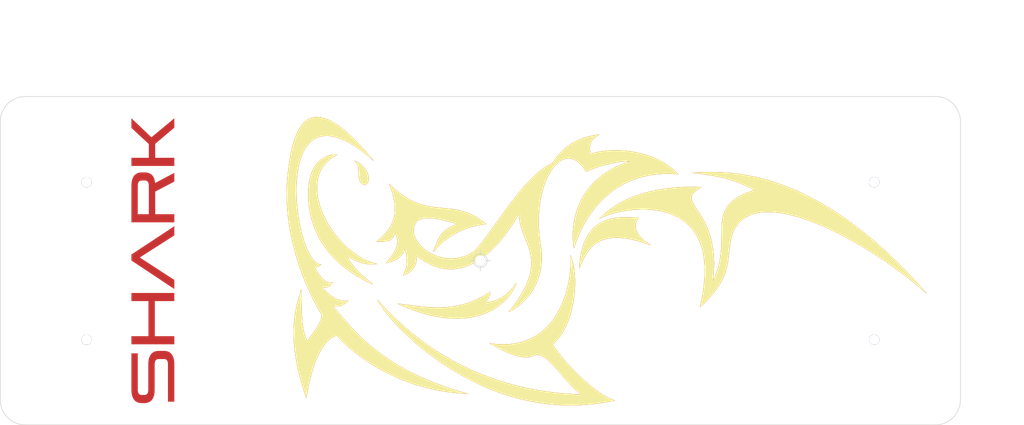
<source format=kicad_pcb>
(kicad_pcb (version 20171130) (host pcbnew 5.1.4)

  (general
    (thickness 1.6)
    (drawings 11)
    (tracks 5)
    (zones 0)
    (modules 2)
    (nets 1)
  )

  (page A4)
  (title_block
    (title SharkPCB)
    (date 2019-02-10)
    (rev V3.0.7)
    (company "Gondolin Electronics")
  )

  (layers
    (0 F.Cu signal)
    (31 B.Cu signal)
    (32 B.Adhes user hide)
    (33 F.Adhes user)
    (34 B.Paste user hide)
    (35 F.Paste user hide)
    (36 B.SilkS user)
    (37 F.SilkS user)
    (38 B.Mask user hide)
    (39 F.Mask user hide)
    (40 Dwgs.User user)
    (41 Cmts.User user)
    (42 Eco1.User user)
    (43 Eco2.User user)
    (44 Edge.Cuts user)
    (45 Margin user hide)
    (46 B.CrtYd user)
    (47 F.CrtYd user)
    (48 B.Fab user hide)
    (49 F.Fab user hide)
  )

  (setup
    (last_trace_width 0.254)
    (trace_clearance 0.13)
    (zone_clearance 0.127)
    (zone_45_only no)
    (trace_min 0.1)
    (via_size 0.45)
    (via_drill 0.2)
    (via_min_size 0.45)
    (via_min_drill 0.2)
    (uvia_size 0.45)
    (uvia_drill 0.2)
    (uvias_allowed no)
    (uvia_min_size 0.2)
    (uvia_min_drill 0.1)
    (edge_width 0.15)
    (segment_width 0.15)
    (pcb_text_width 0.3)
    (pcb_text_size 1.5 1.5)
    (mod_edge_width 0.15)
    (mod_text_size 1 1)
    (mod_text_width 0.15)
    (pad_size 1 2.2)
    (pad_drill 0.6)
    (pad_to_mask_clearance 0.051)
    (solder_mask_min_width 0.25)
    (aux_axis_origin 0 0)
    (grid_origin 150 100)
    (visible_elements FFFFFF7F)
    (pcbplotparams
      (layerselection 0x018f0_ffffffff)
      (usegerberextensions true)
      (usegerberattributes false)
      (usegerberadvancedattributes false)
      (creategerberjobfile false)
      (excludeedgelayer false)
      (linewidth 0.100000)
      (plotframeref false)
      (viasonmask false)
      (mode 1)
      (useauxorigin false)
      (hpglpennumber 1)
      (hpglpenspeed 20)
      (hpglpendiameter 15.000000)
      (psnegative false)
      (psa4output false)
      (plotreference true)
      (plotvalue true)
      (plotinvisibletext false)
      (padsonsilk false)
      (subtractmaskfromsilk false)
      (outputformat 1)
      (mirror false)
      (drillshape 0)
      (scaleselection 1)
      (outputdirectory "../../gerbers/"))
  )

  (net 0 "")

  (net_class Default "This is the default net class."
    (clearance 0.13)
    (trace_width 0.254)
    (via_dia 0.45)
    (via_drill 0.2)
    (uvia_dia 0.45)
    (uvia_drill 0.2)
  )

  (net_class Fine ""
    (clearance 0.13)
    (trace_width 0.13)
    (via_dia 0.508)
    (via_drill 0.2032)
    (uvia_dia 0.45)
    (uvia_drill 0.2)
  )

  (module sharkLogo:sharkLetters (layer F.Cu) (tedit 5CB4BEAB) (tstamp 5CB4C838)
    (at 71 100 90)
    (fp_text reference G*** (at 0 0 90) (layer F.SilkS) hide
      (effects (font (size 1.524 1.524) (thickness 0.3)))
    )
    (fp_text value LOGO (at 0.75 0 90) (layer F.SilkS) hide
      (effects (font (size 1.524 1.524) (thickness 0.3)))
    )
    (pad 1 smd custom (at -33.02 -3.81 90) (size 1 1) (layers F.Cu F.Paste F.Mask)
      (options (clearance outline) (anchor circle))
      (primitives
        (gr_poly (pts
           (xy 10.675315 0.165433) (xy 6.217425 0.166245) (xy 6.025521 0.166281) (xy 5.838643 0.166317) (xy 5.656738 0.166354)
           (xy 5.479752 0.166392) (xy 5.307633 0.166431) (xy 5.140326 0.16647) (xy 4.977779 0.166511) (xy 4.819939 0.166552)
           (xy 4.666751 0.166595) (xy 4.518163 0.166638) (xy 4.374121 0.166683) (xy 4.234572 0.166728) (xy 4.099462 0.166775)
           (xy 3.968739 0.166823) (xy 3.842349 0.166873) (xy 3.720239 0.166923) (xy 3.602355 0.166975) (xy 3.488644 0.167029)
           (xy 3.379052 0.167084) (xy 3.273527 0.16714) (xy 3.172016 0.167198) (xy 3.074463 0.167257) (xy 2.980818 0.167319)
           (xy 2.891025 0.167381) (xy 2.805032 0.167446) (xy 2.722786 0.167512) (xy 2.644232 0.16758) (xy 2.569319 0.16765)
           (xy 2.497992 0.167722) (xy 2.430198 0.167796) (xy 2.365884 0.167871) (xy 2.304997 0.167949) (xy 2.247482 0.168029)
           (xy 2.193288 0.168111) (xy 2.14236 0.168195) (xy 2.094646 0.168282) (xy 2.050091 0.16837) (xy 2.008643 0.168461)
           (xy 1.970248 0.168554) (xy 1.934853 0.16865) (xy 1.902405 0.168748) (xy 1.87285 0.168849) (xy 1.846135 0.168952)
           (xy 1.822207 0.169058) (xy 1.801012 0.169166) (xy 1.782497 0.169277) (xy 1.766609 0.169391) (xy 1.753294 0.169507)
           (xy 1.742499 0.169627) (xy 1.734171 0.169749) (xy 1.728256 0.169874) (xy 1.724702 0.170002) (xy 1.72398 0.170049)
           (xy 1.708269 0.171393) (xy 1.689523 0.173031) (xy 1.669767 0.174783) (xy 1.651023 0.176471) (xy 1.645248 0.176998)
           (xy 1.556122 0.186859) (xy 1.471033 0.199739) (xy 1.389984 0.215636) (xy 1.312981 0.234547) (xy 1.240031 0.256469)
           (xy 1.171139 0.281398) (xy 1.106309 0.309333) (xy 1.045548 0.340269) (xy 0.988862 0.374205) (xy 0.936255 0.411137)
           (xy 0.887733 0.451062) (xy 0.843302 0.493977) (xy 0.802967 0.53988) (xy 0.766734 0.588767) (xy 0.734608 0.640635)
           (xy 0.720165 0.667534) (xy 0.693838 0.72449) (xy 0.671593 0.784238) (xy 0.653562 0.846378) (xy 0.639873 0.910512)
           (xy 0.638498 0.918499) (xy 0.63668 0.929286) (xy 0.635027 0.939122) (xy 0.633529 0.948281) (xy 0.632179 0.957037)
           (xy 0.630968 0.965662) (xy 0.629888 0.974431) (xy 0.628931 0.983619) (xy 0.628089 0.993497) (xy 0.627353 1.004341)
           (xy 0.626715 1.016423) (xy 0.626167 1.030018) (xy 0.6257 1.0454) (xy 0.625306 1.062841) (xy 0.624977 1.082617)
           (xy 0.624705 1.104999) (xy 0.624482 1.130263) (xy 0.624298 1.158682) (xy 0.624146 1.19053) (xy 0.624018 1.22608)
           (xy 0.623905 1.265607) (xy 0.623799 1.309383) (xy 0.623692 1.357683) (xy 0.623575 1.41078) (xy 0.623572 1.41248)
           (xy 0.623448 1.469346) (xy 0.623348 1.521402) (xy 0.623283 1.568919) (xy 0.623261 1.612165) (xy 0.623291 1.651411)
           (xy 0.623384 1.686927) (xy 0.623549 1.718983) (xy 0.623795 1.747848) (xy 0.624132 1.773792) (xy 0.624569 1.797085)
           (xy 0.625115 1.817997) (xy 0.625781 1.836798) (xy 0.626576 1.853757) (xy 0.627509 1.869144) (xy 0.628589 1.88323)
           (xy 0.629827 1.896283) (xy 0.631231 1.908575) (xy 0.632811 1.920374) (xy 0.634577 1.93195) (xy 0.636538 1.943574)
           (xy 0.638704 1.955515) (xy 0.641084 1.968043) (xy 0.643541 1.980681) (xy 0.658469 2.044843) (xy 0.677619 2.106248)
           (xy 0.700957 2.164842) (xy 0.728447 2.22057) (xy 0.760054 2.273378) (xy 0.795745 2.323212) (xy 0.835485 2.370017)
           (xy 0.879238 2.413738) (xy 0.926971 2.454322) (xy 0.96163 2.480061) (xy 1.014236 2.514368) (xy 1.070386 2.545808)
           (xy 1.130154 2.574401) (xy 1.193617 2.600168) (xy 1.260849 2.623129) (xy 1.331927 2.643305) (xy 1.406925 2.660716)
           (xy 1.485919 2.675383) (xy 1.568985 2.687327) (xy 1.656198 2.696567) (xy 1.747633 2.703124) (xy 1.790013 2.705198)
           (xy 1.795578 2.705325) (xy 1.806182 2.705448) (xy 1.821787 2.705569) (xy 1.842352 2.705687) (xy 1.867839 2.705802)
           (xy 1.898208 2.705914) (xy 1.933419 2.706023) (xy 1.973433 2.706129) (xy 2.018211 2.706231) (xy 2.067712 2.706331)
           (xy 2.121897 2.706428) (xy 2.180727 2.706521) (xy 2.244162 2.706611) (xy 2.312162 2.706698) (xy 2.384689 2.706782)
           (xy 2.461703 2.706862) (xy 2.543163 2.706939) (xy 2.629031 2.707013) (xy 2.719266 2.707083) (xy 2.813831 2.70715)
           (xy 2.912684 2.707213) (xy 3.015786 2.707273) (xy 3.123099 2.70733) (xy 3.234582 2.707383) (xy 3.350195 2.707432)
           (xy 3.4699 2.707478) (xy 3.593657 2.70752) (xy 3.721425 2.707558) (xy 3.853167 2.707593) (xy 3.988842 2.707624)
           (xy 4.12841 2.707651) (xy 4.271832 2.707674) (xy 4.419069 2.707694) (xy 4.570081 2.707709) (xy 4.724829 2.707721)
           (xy 4.883272 2.707729) (xy 4.978664 2.707732) (xy 5.139774 2.707737) (xy 5.297242 2.707747) (xy 5.451028 2.70776)
           (xy 5.601092 2.707778) (xy 5.747393 2.707799) (xy 5.88989 2.707825) (xy 6.028543 2.707854) (xy 6.163311 2.707887)
           (xy 6.294154 2.707923) (xy 6.421032 2.707964) (xy 6.543903 2.708008) (xy 6.662727 2.708056) (xy 6.777464 2.708108)
           (xy 6.888073 2.708163) (xy 6.994514 2.708222) (xy 7.096745 2.708284) (xy 7.194727 2.70835) (xy 7.288419 2.708419)
           (xy 7.377781 2.708492) (xy 7.462771 2.708568) (xy 7.543349 2.708648) (xy 7.619475 2.708731) (xy 7.691109 2.708817)
           (xy 7.758209 2.708907) (xy 7.820735 2.709) (xy 7.878647 2.709096) (xy 7.931903 2.709195) (xy 7.980465 2.709298)
           (xy 8.02429 2.709403) (xy 8.063338 2.709512) (xy 8.09757 2.709624) (xy 8.126944 2.709739) (xy 8.151419 2.709857)
           (xy 8.170956 2.709978) (xy 8.185513 2.710102) (xy 8.195051 2.710228) (xy 8.197792 2.710289) (xy 8.332808 2.715237)
           (xy 8.463448 2.72241) (xy 8.589914 2.731837) (xy 8.712408 2.743543) (xy 8.831134 2.757555) (xy 8.946294 2.773901)
           (xy 9.05809 2.792607) (xy 9.166726 2.8137) (xy 9.272402 2.837208) (xy 9.375324 2.863157) (xy 9.40241 2.870515)
           (xy 9.500694 2.898637) (xy 9.594261 2.92752) (xy 9.683434 2.957301) (xy 9.768537 2.98812) (xy 9.849894 3.020116)
           (xy 9.927829 3.053429) (xy 10.002666 3.088197) (xy 10.074729 3.12456) (xy 10.144341 3.162657) (xy 10.211827 3.202626)
           (xy 10.27751 3.244608) (xy 10.285464 3.249906) (xy 10.308843 3.265683) (xy 10.330487 3.280604) (xy 10.350969 3.295115)
           (xy 10.370861 3.309659) (xy 10.390735 3.32468) (xy 10.411163 3.340623) (xy 10.43272 3.357931) (xy 10.455976 3.377049)
           (xy 10.481504 3.39842) (xy 10.509877 3.422489) (xy 10.528689 3.438567) (xy 10.602552 3.504588) (xy 10.671651 3.572093)
           (xy 10.736146 3.641317) (xy 10.796196 3.712499) (xy 10.851962 3.785876) (xy 10.903604 3.861686) (xy 10.951281 3.940165)
           (xy 10.995154 4.02155) (xy 11.035383 4.106081) (xy 11.072128 4.193992) (xy 11.105549 4.285523) (xy 11.111326 4.302711)
           (xy 11.142195 4.403092) (xy 11.169221 4.506493) (xy 11.192325 4.612526) (xy 11.211431 4.720802) (xy 11.226461 4.830933)
           (xy 11.236438 4.931298) (xy 11.237551 4.944885) (xy 11.238586 4.957695) (xy 11.239547 4.969941) (xy 11.240437 4.981835)
           (xy 11.241258 4.993589) (xy 11.242014 5.005414) (xy 11.242709 5.017523) (xy 11.243344 5.030129) (xy 11.243924 5.043442)
           (xy 11.244451 5.057675) (xy 11.244929 5.07304) (xy 11.24536 5.089749) (xy 11.245748 5.108014) (xy 11.246096 5.128048)
           (xy 11.246407 5.150061) (xy 11.246684 5.174267) (xy 11.24693 5.200877) (xy 11.247148 5.230103) (xy 11.247342 5.262158)
           (xy 11.247515 5.297253) (xy 11.247669 5.3356) (xy 11.247808 5.377412) (xy 11.247935 5.4229) (xy 11.248053 5.472277)
           (xy 11.248165 5.525754) (xy 11.248274 5.583544) (xy 11.248384 5.645859) (xy 11.248497 5.71291) (xy 11.24857 5.756715)
           (xy 11.248699 5.838152) (xy 11.248807 5.914702) (xy 11.248889 5.986561) (xy 11.248941 6.053922) (xy 11.248959 6.116979)
           (xy 11.248938 6.175927) (xy 11.248875 6.230958) (xy 11.248766 6.282267) (xy 11.248606 6.330048) (xy 11.248391 6.374495)
           (xy 11.248117 6.415802) (xy 11.247781 6.454162) (xy 11.247377 6.489769) (xy 11.246903 6.522818) (xy 11.246353 6.553502)
           (xy 11.245724 6.582016) (xy 11.245012 6.608552) (xy 11.244212 6.633306) (xy 11.243321 6.65647) (xy 11.242334 6.67824)
           (xy 11.241247 6.698808) (xy 11.240056 6.718368) (xy 11.238757 6.737116) (xy 11.237346 6.755243) (xy 11.235819 6.772946)
           (xy 11.234172 6.790416) (xy 11.2324 6.807849) (xy 11.2305 6.825438) (xy 11.228467 6.843376) (xy 11.226298 6.861859)
           (xy 11.224972 6.872934) (xy 11.21055 6.976573) (xy 11.192498 7.078383) (xy 11.170904 7.178054) (xy 11.145857 7.27528)
           (xy 11.117446 7.369751) (xy 11.085759 7.46116) (xy 11.050886 7.549198) (xy 11.012916 7.633559) (xy 10.995397 7.669144)
           (xy 10.95421 7.746448) (xy 10.910606 7.820109) (xy 10.863878 7.891269) (xy 10.817045 7.956136) (xy 10.756468 8.032702)
           (xy 10.692499 8.106121) (xy 10.625046 8.176456) (xy 10.554019 8.243772) (xy 10.479328 8.308132) (xy 10.400881 8.369601)
           (xy 10.318587 8.428244) (xy 10.232357 8.484124) (xy 10.142098 8.537306) (xy 10.047721 8.587854) (xy 9.949134 8.635833)
           (xy 9.846247 8.681306) (xy 9.738969 8.724339) (xy 9.724646 8.729776) (xy 9.701041 8.738523) (xy 9.674861 8.74795)
           (xy 9.646915 8.757786) (xy 9.618012 8.767759) (xy 9.588962 8.777599) (xy 9.560574 8.787033) (xy 9.533659 8.79579)
           (xy 9.509024 8.803599) (xy 9.487481 8.810188) (xy 9.469838 8.815286) (xy 9.468935 8.815534) (xy 9.366488 8.842105)
           (xy 9.261292 8.86631) (xy 9.153157 8.888173) (xy 9.041889 8.90772) (xy 8.927298 8.924977) (xy 8.80919 8.939967)
           (xy 8.687373 8.952716) (xy 8.561656 8.963249) (xy 8.431846 8.971591) (xy 8.297752 8.977767) (xy 8.199062 8.980871)
           (xy 8.191831 8.98099) (xy 8.179528 8.981106) (xy 8.162161 8.98122) (xy 8.139737 8.98133) (xy 8.112265 8.981438)
           (xy 8.079752 8.981543) (xy 8.042205 8.981646) (xy 7.999633 8.981745) (xy 7.952043 8.981842) (xy 7.899443 8.981936)
           (xy 7.84184 8.982027) (xy 7.779243 8.982116) (xy 7.711659 8.982201) (xy 7.639095 8.982284) (xy 7.56156 8.982364)
           (xy 7.479061 8.982442) (xy 7.391605 8.982516) (xy 7.299201 8.982588) (xy 7.201857 8.982656) (xy 7.099579 8.982722)
           (xy 6.992375 8.982786) (xy 6.880254 8.982846) (xy 6.763224 8.982903) (xy 6.64129 8.982958) (xy 6.514462 8.98301)
           (xy 6.382748 8.983059) (xy 6.246154 8.983105) (xy 6.104688 8.983148) (xy 5.958359 8.983189) (xy 5.807174 8.983226)
           (xy 5.651141 8.983261) (xy 5.490266 8.983293) (xy 5.324559 8.983322) (xy 5.154027 8.983348) (xy 4.978677 8.983371)
           (xy 4.798517 8.983391) (xy 4.613555 8.983409) (xy 4.423799 8.983423) (xy 4.229255 8.983435) (xy 4.029933 8.983443)
           (xy 3.82584 8.983449) (xy 3.616983 8.983452) (xy 3.551962 8.983452) (xy -0.994818 8.983463) (xy -0.994818 7.454536)
           (xy 3.544343 7.454522) (xy 3.755792 7.454519) (xy 3.962308 7.454514) (xy 4.163888 7.454507) (xy 4.360529 7.454496)
           (xy 4.552226 7.454482) (xy 4.738977 7.454466) (xy 4.920777 7.454446) (xy 5.097624 7.454424) (xy 5.269513 7.454399)
           (xy 5.43644 7.454371) (xy 5.598404 7.45434) (xy 5.755399 7.454307) (xy 5.907422 7.45427) (xy 6.05447 7.454231)
           (xy 6.196539 7.454188) (xy 6.333626 7.454143) (xy 6.465727 7.454095) (xy 6.592838 7.454045) (xy 6.714956 7.453991)
           (xy 6.832077 7.453934) (xy 6.944199 7.453875) (xy 7.051316 7.453813) (xy 7.153426 7.453748) (xy 7.250525 7.45368)
           (xy 7.342609 7.453609) (xy 7.429676 7.453536) (xy 7.511721 7.453459) (xy 7.58874 7.45338) (xy 7.660731 7.453298)
           (xy 7.72769 7.453213) (xy 7.789612 7.453126) (xy 7.846496 7.453035) (xy 7.898336 7.452942) (xy 7.945129 7.452846)
           (xy 7.986873 7.452747) (xy 8.023562 7.452645) (xy 8.055195 7.452541) (xy 8.081766 7.452433) (xy 8.103274 7.452323)
           (xy 8.119713 7.45221) (xy 8.131081 7.452095) (xy 8.137373 7.451976) (xy 8.138108 7.451948) (xy 8.231322 7.44614)
           (xy 8.32028 7.437642) (xy 8.405045 7.426437) (xy 8.485682 7.412505) (xy 8.562255 7.395827) (xy 8.634828 7.376385)
           (xy 8.703467 7.354159) (xy 8.768234 7.329132) (xy 8.829195 7.301284) (xy 8.886413 7.270596) (xy 8.939953 7.23705)
           (xy 8.985614 7.203959) (xy 9.032966 7.164275) (xy 9.076248 7.121863) (xy 9.115502 7.076642) (xy 9.150772 7.028529)
           (xy 9.182099 6.977442) (xy 9.209527 6.923299) (xy 9.233098 6.866017) (xy 9.252856 6.805514) (xy 9.268842 6.741707)
           (xy 9.2811 6.674516) (xy 9.287787 6.622656) (xy 9.288245 6.618208) (xy 9.288673 6.613559) (xy 9.28907 6.608524)
           (xy 9.289438 6.602921) (xy 9.289779 6.596568) (xy 9.290092 6.589281) (xy 9.29038 6.580877) (xy 9.290643 6.571175)
           (xy 9.290883 6.559991) (xy 9.291101 6.547142) (xy 9.291297 6.532445) (xy 9.291472 6.515719) (xy 9.291629 6.49678)
           (xy 9.291768 6.475444) (xy 9.291889 6.451531) (xy 9.291995 6.424856) (xy 9.292086 6.395236) (xy 9.292163 6.36249)
           (xy 9.292228 6.326435) (xy 9.292281 6.286887) (xy 9.292324 6.243663) (xy 9.292357 6.196582) (xy 9.292382 6.14546)
           (xy 9.2924 6.090114) (xy 9.292412 6.030362) (xy 9.292419 5.966021) (xy 9.292422 5.896908) (xy 9.292423 5.846876)
           (xy 9.292423 5.77371) (xy 9.292422 5.705437) (xy 9.292417 5.64187) (xy 9.292405 5.582823) (xy 9.292386 5.528109)
           (xy 9.292355 5.477542) (xy 9.292311 5.430936) (xy 9.292252 5.388104) (xy 9.292175 5.348859) (xy 9.292078 5.313015)
           (xy 9.291959 5.280386) (xy 9.291814 5.250784) (xy 9.291643 5.224024) (xy 9.291442 5.199919) (xy 9.291209 5.178282)
           (xy 9.290942 5.158927) (xy 9.290638 5.141667) (xy 9.290296 5.126316) (xy 9.289912 5.112688) (xy 9.289485 5.100595)
           (xy 9.289012 5.089852) (xy 9.28849 5.080272) (xy 9.287918 5.071667) (xy 9.287293 5.063853) (xy 9.286613 5.056642)
           (xy 9.285876 5.049848) (xy 9.285078 5.043284) (xy 9.284218 5.036764) (xy 9.283294 5.030101) (xy 9.282302 5.023108)
           (xy 9.282068 5.021459) (xy 9.270258 4.954007) (xy 9.254399 4.889606) (xy 9.234487 4.828253) (xy 9.21052 4.769943)
           (xy 9.182493 4.714675) (xy 9.150403 4.662443) (xy 9.114248 4.613246) (xy 9.074023 4.567079) (xy 9.029726 4.523938)
           (xy 8.981353 4.483821) (xy 8.928901 4.446725) (xy 8.872366 4.412644) (xy 8.811745 4.381577) (xy 8.747035 4.35352)
           (xy 8.678232 4.328468) (xy 8.605333 4.30642) (xy 8.586374 4.301352) (xy 8.520684 4.285681) (xy 8.452284 4.272223)
           (xy 8.380781 4.260924) (xy 8.305783 4.251728) (xy 8.226894 4.244582) (xy 8.143724 4.239431) (xy 8.139378 4.239221)
           (xy 8.133892 4.239083) (xy 8.123343 4.238948) (xy 8.107748 4.238817) (xy 8.087124 4.23869) (xy 8.061486 4.238566)
           (xy 8.030853 4.238447) (xy 7.99524 4.238331) (xy 7.954665 4.238218) (xy 7.909143 4.23811) (xy 7.858693 4.238005)
           (xy 7.803329 4.237905) (xy 7.743069 4.237808) (xy 7.677931 4.237715) (xy 7.607929 4.237625) (xy 7.533082 4.23754)
           (xy 7.453405 4.237459) (xy 7.368915 4.237381) (xy 7.27963 4.237307) (xy 7.185566 4.237238) (xy 7.086739 4.237172)
           (xy 6.983166 4.23711) (xy 6.874864 4.237052) (xy 6.761849 4.236998) (xy 6.644139 4.236948) (xy 6.521749 4.236903)
           (xy 6.394697 4.236861) (xy 6.262999 4.236823) (xy 6.126672 4.236789) (xy 5.985733 4.236759) (xy 5.840198 4.236734)
           (xy 5.690083 4.236712) (xy 5.535407 4.236695) (xy 5.376185 4.236682) (xy 5.212433 4.236672) (xy 5.04417 4.236667)
           (xy 4.964696 4.236666) (xy 4.797572 4.236663) (xy 4.634554 4.236656) (xy 4.47567 4.236644) (xy 4.320946 4.236629)
           (xy 4.170413 4.236609) (xy 4.024097 4.236585) (xy 3.882026 4.236557) (xy 3.74423 4.236525) (xy 3.610735 4.236488)
           (xy 3.48157 4.236448) (xy 3.356764 4.236404) (xy 3.236343 4.236356) (xy 3.120337 4.236304) (xy 3.008773 4.236247)
           (xy 2.901679 4.236187) (xy 2.799084 4.236123) (xy 2.701015 4.236055) (xy 2.607502 4.235984) (xy 2.51857 4.235908)
           (xy 2.43425 4.235829) (xy 2.354569 4.235746) (xy 2.279554 4.235659) (xy 2.209235 4.235568) (xy 2.143639 4.235474)
           (xy 2.082794 4.235376) (xy 2.026729 4.235274) (xy 1.975471 4.235168) (xy 1.929048 4.235059) (xy 1.887489 4.234947)
           (xy 1.850822 4.23483) (xy 1.819074 4.234711) (xy 1.792275 4.234587) (xy 1.770451 4.23446) (xy 1.753631 4.23433)
           (xy 1.741844 4.234196) (xy 1.736679 4.234102) (xy 1.599091 4.229716) (xy 1.46596 4.22322) (xy 1.337114 4.214592)
           (xy 1.212379 4.203811) (xy 1.091584 4.190857) (xy 0.974556 4.175708) (xy 0.861121 4.158344) (xy 0.751108 4.138743)
           (xy 0.644344 4.116884) (xy 0.540655 4.092747) (xy 0.507211 4.08431) (xy 0.428629 4.062716) (xy 0.347751 4.037841)
           (xy 0.2654 4.010022) (xy 0.182397 3.979594) (xy 0.099564 3.946892) (xy 0.017722 3.912254) (xy -0.062307 3.876013)
           (xy -0.139703 3.838505) (xy -0.213642 3.800066) (xy -0.28115 3.762288) (xy -0.333242 3.731196) (xy -0.384182 3.699235)
           (xy -0.43345 3.666775) (xy -0.480529 3.634182) (xy -0.5249 3.601825) (xy -0.566045 3.570072) (xy -0.603445 3.539292)
           (xy -0.636583 3.509852) (xy -0.636714 3.50973) (xy -0.710449 3.438079) (xy -0.77971 3.364311) (xy -0.844573 3.2883)
           (xy -0.905108 3.209921) (xy -0.961391 3.129046) (xy -1.013494 3.045551) (xy -1.061492 2.959308) (xy -1.105456 2.870192)
           (xy -1.145461 2.778077) (xy -1.18158 2.682836) (xy -1.213886 2.584343) (xy -1.242453 2.482472) (xy -1.248741 2.457585)
           (xy -1.2694 2.367849) (xy -1.286962 2.277877) (xy -1.301533 2.1869) (xy -1.313217 2.094147) (xy -1.322119 1.998849)
           (xy -1.328342 1.900235) (xy -1.330162 1.858205) (xy -1.330531 1.845552) (xy -1.330861 1.828463) (xy -1.331152 1.807281)
           (xy -1.331404 1.78235) (xy -1.33162 1.754014) (xy -1.331798 1.722616) (xy -1.331941 1.6885) (xy -1.33205 1.652011)
           (xy -1.332124 1.61349) (xy -1.332166 1.573284) (xy -1.332175 1.531734) (xy -1.332152 1.489185) (xy -1.3321 1.445981)
           (xy -1.332017 1.402465) (xy -1.331906 1.358982) (xy -1.331766 1.315873) (xy -1.3316 1.273485) (xy -1.331407 1.232159)
           (xy -1.331189 1.192241) (xy -1.330946 1.154073) (xy -1.330679 1.118) (xy -1.330389 1.084365) (xy -1.330077 1.053511)
           (xy -1.329744 1.025783) (xy -1.329391 1.001525) (xy -1.329017 0.981079) (xy -1.328626 0.964791) (xy -1.328216 0.953003)
           (xy -1.327926 0.947706) (xy -1.322247 0.874984) (xy -1.315857 0.806605) (xy -1.308652 0.741868) (xy -1.300528 0.680072)
           (xy -1.291383 0.620518) (xy -1.281113 0.562505) (xy -1.269614 0.505332) (xy -1.256783 0.4483) (xy -1.250147 0.420872)
           (xy -1.228328 0.337906) (xy -1.204852 0.25902) (xy -1.179428 0.183403) (xy -1.151763 0.110243) (xy -1.121567 0.038728)
           (xy -1.088549 -0.031955) (xy -1.085092 -0.038985) (xy -1.041802 -0.121754) (xy -0.995353 -0.201003) (xy -0.945317 -0.277376)
           (xy -0.891262 -0.351519) (xy -0.832759 -0.424073) (xy -0.811203 -0.449154) (xy -0.789431 -0.473301) (xy -0.764342 -0.499777)
           (xy -0.736683 -0.527866) (xy -0.707205 -0.556854) (xy -0.676655 -0.586027) (xy -0.645784 -0.614669) (xy -0.615339 -0.642068)
           (xy -0.586071 -0.667507) (xy -0.558729 -0.690272) (xy -0.556712 -0.691904) (xy -0.476504 -0.753524) (xy -0.392127 -0.812247)
           (xy -0.303584 -0.868069) (xy -0.21088 -0.92099) (xy -0.114018 -0.971006) (xy -0.013003 -1.018115) (xy 0.092162 -1.062315)
           (xy 0.12648 -1.075764) (xy 0.176208 -1.094309) (xy 0.230035 -1.113262) (xy 0.287025 -1.132344) (xy 0.346244 -1.151273)
           (xy 0.406756 -1.169769) (xy 0.467628 -1.187552) (xy 0.527924 -1.204341) (xy 0.58671 -1.219856) (xy 0.643051 -1.233817)
           (xy 0.687763 -1.244129) (xy 0.787043 -1.26496) (xy 0.887568 -1.283666) (xy 0.989754 -1.300295) (xy 1.094017 -1.314894)
           (xy 1.200776 -1.32751) (xy 1.310447 -1.33819) (xy 1.423447 -1.346981) (xy 1.540193 -1.35393) (xy 1.661101 -1.359085)
           (xy 1.72017 -1.360921) (xy 1.726678 -1.361029) (xy 1.738235 -1.361135) (xy 1.75481 -1.361239) (xy 1.776373 -1.361341)
           (xy 1.802893 -1.36144) (xy 1.83434 -1.361538) (xy 1.870684 -1.361633) (xy 1.911893 -1.361726) (xy 1.957937 -1.361816)
           (xy 2.008786 -1.361905) (xy 2.064408 -1.361991) (xy 2.124775 -1.362074) (xy 2.189854 -1.362156) (xy 2.259616 -1.362235)
           (xy 2.33403 -1.362311) (xy 2.413065 -1.362386) (xy 2.496691 -1.362458) (xy 2.584878 -1.362527) (xy 2.677594 -1.362594)
           (xy 2.774809 -1.362659) (xy 2.876493 -1.362721) (xy 2.982615 -1.362781) (xy 3.093145 -1.362838) (xy 3.208052 -1.362893)
           (xy 3.327305 -1.362945) (xy 3.450874 -1.362994) (xy 3.578729 -1.363041) (xy 3.710838 -1.363086) (xy 3.847172 -1.363128)
           (xy 3.9877 -1.363167) (xy 4.132391 -1.363204) (xy 4.281215 -1.363237) (xy 4.43414 -1.363269) (xy 4.591138 -1.363297)
           (xy 4.752177 -1.363323) (xy 4.917226 -1.363346) (xy 5.086255 -1.363367) (xy 5.259234 -1.363385) (xy 5.436131 -1.363399)
           (xy 5.616917 -1.363412) (xy 5.801561 -1.363421) (xy 5.990032 -1.363427) (xy 6.1823 -1.363431) (xy 6.242823 -1.363432)
           (xy 10.675315 -1.363462) (xy 10.675315 0.165433)) (width 0.01))
      ))
    (pad 1 smd custom (at -19.05 0 90) (size 1 1) (layers F.Cu F.Paste F.Mask)
      (options (clearance outline) (anchor circle))
      (primitives
        (gr_poly (pts
           (xy 0.837481 -1.059074) (xy 9.302455 -1.059074) (xy 9.302455 -5.173462) (xy 11.258059 -5.173462) (xy 11.258059 5.173463)
           (xy 9.302455 5.173463) (xy 9.302455 0.469853) (xy 0.837481 0.469853) (xy 0.837481 5.173463) (xy -1.118123 5.173463)
           (xy -1.118123 -5.173462) (xy 0.837481 -5.173462) (xy 0.837481 -1.059074)) (width 0.01))
      ))
    (pad 1 smd custom (at -2.54 0 90) (size 1 1) (layers F.Cu F.Paste F.Mask)
      (options (clearance outline) (anchor circle))
      (primitives
        (gr_poly (pts
           (xy 7.429011 -0.007233) (xy 7.526852 0.140902) (xy 7.624037 0.288042) (xy 7.720527 0.434132) (xy 7.816284 0.579112)
           (xy 7.911271 0.722926) (xy 8.00545 0.865516) (xy 8.098781 1.006825) (xy 8.191229 1.146794) (xy 8.282753 1.285366)
           (xy 8.373317 1.422484) (xy 8.462882 1.55809) (xy 8.551411 1.692127) (xy 8.638865 1.824537) (xy 8.725206 1.955262)
           (xy 8.810396 2.084244) (xy 8.894397 2.211427) (xy 8.977172 2.336753) (xy 9.058682 2.460164) (xy 9.138888 2.581602)
           (xy 9.217754 2.70101) (xy 9.295241 2.818331) (xy 9.371311 2.933506) (xy 9.445926 3.046479) (xy 9.519048 3.157191)
           (xy 9.590639 3.265585) (xy 9.660661 3.371604) (xy 9.729076 3.47519) (xy 9.795846 3.576285) (xy 9.860933 3.674832)
           (xy 9.924298 3.770773) (xy 9.985904 3.86405) (xy 10.045713 3.954607) (xy 10.103687 4.042385) (xy 10.159788 4.127328)
           (xy 10.213977 4.209376) (xy 10.266217 4.288473) (xy 10.31647 4.364562) (xy 10.364697 4.437584) (xy 10.410861 4.507482)
           (xy 10.454924 4.574199) (xy 10.496847 4.637676) (xy 10.536593 4.697857) (xy 10.574123 4.754684) (xy 10.6094 4.808099)
           (xy 10.642385 4.858044) (xy 10.67304 4.904463) (xy 10.701328 4.947297) (xy 10.727211 4.986488) (xy 10.75065 5.021981)
           (xy 10.771607 5.053716) (xy 10.790044 5.081636) (xy 10.805924 5.105683) (xy 10.819208 5.125801) (xy 10.829859 5.141931)
           (xy 10.837837 5.154016) (xy 10.843106 5.161999) (xy 10.845627 5.165821) (xy 10.845854 5.166167) (xy 10.850548 5.173463)
           (xy 8.6461 5.173463) (xy 5.978705 1.006973) (xy 5.89319 0.873399) (xy 5.808324 0.740841) (xy 5.724149 0.609365)
           (xy 5.640707 0.479034) (xy 5.558038 0.349915) (xy 5.476185 0.222071) (xy 5.395189 0.095568) (xy 5.315092 -0.029529)
           (xy 5.235935 -0.153156) (xy 5.15776 -0.275248) (xy 5.080608 -0.395739) (xy 5.004521 -0.514566) (xy 4.92954 -0.631662)
           (xy 4.855707 -0.746964) (xy 4.783064 -0.860406) (xy 4.711651 -0.971924) (xy 4.641511 -1.081452) (xy 4.572686 -1.188926)
           (xy 4.505216 -1.294281) (xy 4.439143 -1.397451) (xy 4.374509 -1.498373) (xy 4.311355 -1.596982) (xy 4.249724 -1.693211)
           (xy 4.189655 -1.786997) (xy 4.131192 -1.878275) (xy 4.074375 -1.96698) (xy 4.019247 -2.053046) (xy 3.965848 -2.136409)
           (xy 3.91422 -2.217005) (xy 3.864405 -2.294768) (xy 3.816444 -2.369633) (xy 3.770379 -2.441536) (xy 3.726251 -2.510412)
           (xy 3.684103 -2.576195) (xy 3.643975 -2.638822) (xy 3.605908 -2.698226) (xy 3.569946 -2.754344) (xy 3.536129 -2.80711)
           (xy 3.504498 -2.856459) (xy 3.475096 -2.902327) (xy 3.447963 -2.944649) (xy 3.423142 -2.983359) (xy 3.400673 -3.018394)
           (xy 3.3806 -3.049687) (xy 3.362962 -3.077175) (xy 3.347801 -3.100793) (xy 3.33516 -3.120474) (xy 3.32508 -3.136156)
           (xy 3.317601 -3.147772) (xy 3.312767 -3.155258) (xy 3.310617 -3.158549) (xy 3.310502 -3.15871) (xy 3.309093 -3.156561)
           (xy 3.304966 -3.150238) (xy 3.298176 -3.139822) (xy 3.288777 -3.125395) (xy 3.276822 -3.107041) (xy 3.262364 -3.08484)
           (xy 3.245457 -3.058877) (xy 3.226155 -3.029233) (xy 3.204512 -2.99599) (xy 3.18058 -2.959231) (xy 3.154414 -2.919038)
           (xy 3.126068 -2.875494) (xy 3.095594 -2.828681) (xy 3.063047 -2.778682) (xy 3.028479 -2.725578) (xy 2.991946 -2.669452)
           (xy 2.953499 -2.610386) (xy 2.913194 -2.548464) (xy 2.871083 -2.483767) (xy 2.82722 -2.416377) (xy 2.781658 -2.346377)
           (xy 2.734452 -2.27385) (xy 2.685655 -2.198877) (xy 2.63532 -2.121541) (xy 2.583502 -2.041925) (xy 2.530253 -1.96011)
           (xy 2.475627 -1.87618) (xy 2.419678 -1.790216) (xy 2.36246 -1.702301) (xy 2.304026 -1.612517) (xy 2.24443 -1.520947)
           (xy 2.183725 -1.427673) (xy 2.121965 -1.332778) (xy 2.059203 -1.236343) (xy 1.995494 -1.138451) (xy 1.93089 -1.039185)
           (xy 1.865445 -0.938627) (xy 1.799214 -0.836859) (xy 1.732249 -0.733963) (xy 1.664605 -0.630023) (xy 1.596334 -0.52512)
           (xy 1.52749 -0.419336) (xy 1.458128 -0.312755) (xy 1.3883 -0.205458) (xy 1.31806 -0.097528) (xy 1.247462 0.010953)
           (xy 1.17656 0.119902) (xy 1.105406 0.229238) (xy 1.034056 0.338877) (xy 0.962561 0.448737) (xy 0.890976 0.558736)
           (xy 0.819355 0.668792) (xy 0.74775 0.778822) (xy 0.676217 0.888744) (xy 0.604807 0.998476) (xy 0.533576 1.107934)
           (xy 0.462576 1.217037) (xy 0.391861 1.325703) (xy 0.321484 1.433849) (xy 0.2515 1.541392) (xy 0.181962 1.64825)
           (xy 0.112923 1.754342) (xy 0.044438 1.859583) (xy -0.023441 1.963893) (xy -0.09066 2.067189) (xy -0.157165 2.169388)
           (xy -0.222902 2.270409) (xy -0.287818 2.370167) (xy -0.351859 2.468583) (xy -0.414972 2.565572) (xy -0.477103 2.661052)
           (xy -0.538199 2.754942) (xy -0.598205 2.847159) (xy -0.657069 2.93762) (xy -0.714736 3.026243) (xy -0.771154 3.112945)
           (xy -0.826267 3.197646) (xy -0.880024 3.280261) (xy -0.93237 3.360708) (xy -0.983251 3.438906) (xy -1.032615 3.514772)
           (xy -1.080406 3.588223) (xy -1.126573 3.659178) (xy -1.171061 3.727553) (xy -1.213816 3.793266) (xy -1.254786 3.856235)
           (xy -1.293915 3.916379) (xy -1.331152 3.973613) (xy -1.366442 4.027856) (xy -1.399731 4.079026) (xy -1.430506 4.126332)
           (xy -2.111545 5.173222) (xy -3.199317 5.173342) (xy -3.289534 5.17335) (xy -3.374802 5.173354) (xy -3.455253 5.173352)
           (xy -3.531017 5.173344) (xy -3.602226 5.173331) (xy -3.66901 5.173311) (xy -3.731499 5.173285) (xy -3.789826 5.173251)
           (xy -3.844121 5.17321) (xy -3.894516 5.173161) (xy -3.94114 5.173103) (xy -3.984125 5.173037) (xy -4.023601 5.172962)
           (xy -4.059701 5.172877) (xy -4.092554 5.172782) (xy -4.122293 5.172676) (xy -4.149046 5.172561) (xy -4.172947 5.172433)
           (xy -4.194124 5.172295) (xy -4.212711 5.172144) (xy -4.228836 5.171981) (xy -4.242633 5.171805) (xy -4.25423 5.171617)
           (xy -4.26376 5.171414) (xy -4.271352 5.171198) (xy -4.27714 5.170967) (xy -4.281252 5.170722) (xy -4.28382 5.170461)
           (xy -4.284975 5.170185) (xy -4.285058 5.170032) (xy -4.283587 5.167805) (xy -4.279352 5.16142) (xy -4.272399 5.150949)
           (xy -4.262778 5.136464) (xy -4.250536 5.118035) (xy -4.23572 5.095736) (xy -4.218378 5.069638) (xy -4.198558 5.039812)
           (xy -4.176308 5.00633) (xy -4.151675 4.969265) (xy -4.124708 4.928688) (xy -4.095454 4.884671) (xy -4.06396 4.837286)
           (xy -4.030274 4.786604) (xy -3.994445 4.732698) (xy -3.956519 4.675638) (xy -3.916545 4.615498) (xy -3.874571 4.552348)
           (xy -3.830643 4.486261) (xy -3.78481 4.417309) (xy -3.73712 4.345562) (xy -3.68762 4.271094) (xy -3.636358 4.193975)
           (xy -3.583382 4.114278) (xy -3.528739 4.032075) (xy -3.472477 3.947437) (xy -3.414644 3.860435) (xy -3.355288 3.771143)
           (xy -3.294456 3.679632) (xy -3.232197 3.585972) (xy -3.168557 3.490238) (xy -3.103585 3.392499) (xy -3.037328 3.292828)
           (xy -2.969834 3.191297) (xy -2.901151 3.087978) (xy -2.831327 2.982942) (xy -2.760409 2.876261) (xy -2.688444 2.768007)
           (xy -2.615482 2.658252) (xy -2.541569 2.547067) (xy -2.466753 2.434525) (xy -2.391082 2.320697) (xy -2.314604 2.205655)
           (xy -2.237366 2.089471) (xy -2.159416 1.972217) (xy -2.090796 1.868997) (xy -2.005914 1.741316) (xy -1.920013 1.6121)
           (xy -1.833183 1.481488) (xy -1.745516 1.349617) (xy -1.657103 1.216625) (xy -1.568037 1.082648) (xy -1.478408 0.947825)
           (xy -1.388308 0.812294) (xy -1.297828 0.676192) (xy -1.207061 0.539656) (xy -1.116097 0.402824) (xy -1.025027 0.265834)
           (xy -0.933945 0.128824) (xy -0.84294 -0.008069) (xy -0.752104 -0.144708) (xy -0.661529 -0.280954) (xy -0.571307 -0.416671)
           (xy -0.481528 -0.55172) (xy -0.392285 -0.685963) (xy -0.303669 -0.819264) (xy -0.21577 -0.951485) (xy -0.128682 -1.082488)
           (xy -0.042495 -1.212135) (xy 0.0427 -1.340289) (xy 0.12681 -1.466812) (xy 0.209744 -1.591567) (xy 0.291412 -1.714415)
           (xy 0.37172 -1.83522) (xy 0.450579 -1.953844) (xy 0.527896 -2.070149) (xy 0.60358 -2.183997) (xy 0.677539 -2.295251)
           (xy 0.749682 -2.403773) (xy 0.819917 -2.509426) (xy 0.888154 -2.612073) (xy 0.9543 -2.711574) (xy 1.018264 -2.807793)
           (xy 1.079954 -2.900593) (xy 1.139279 -2.989835) (xy 1.196148 -3.075381) (xy 1.250469 -3.157096) (xy 1.302151 -3.23484)
           (xy 1.345733 -3.3004) (xy 2.59003 -5.172193) (xy 3.303446 -5.172765) (xy 4.016863 -5.173337) (xy 7.429011 -0.007233)
) (width 0.01))
      ))
    (pad 1 smd custom (at 10.16 0 90) (size 1 1) (layers F.Cu F.Paste F.Mask)
      (options (clearance outline) (anchor circle))
      (primitives
        (gr_poly (pts
           (xy 3.542565 -5.173437) (xy 3.740281 -5.173434) (xy 3.93394 -5.173429) (xy 4.123519 -5.17342) (xy 4.308993 -5.173409)
           (xy 4.490338 -5.173395) (xy 4.667529 -5.173378) (xy 4.840542 -5.173359) (xy 5.009353 -5.173336) (xy 5.173936 -5.173311)
           (xy 5.334269 -5.173283) (xy 5.490325 -5.173253) (xy 5.642082 -5.173219) (xy 5.789514 -5.173183) (xy 5.932598 -5.173144)
           (xy 6.071308 -5.173103) (xy 6.20562 -5.173059) (xy 6.335511 -5.173012) (xy 6.460955 -5.172962) (xy 6.581928 -5.17291)
           (xy 6.698407 -5.172855) (xy 6.810365 -5.172798) (xy 6.91778 -5.172738) (xy 7.020626 -5.172675) (xy 7.11888 -5.17261)
           (xy 7.212516 -5.172542) (xy 7.301511 -5.172472) (xy 7.38584 -5.172399) (xy 7.465478 -5.172324) (xy 7.540402 -5.172246)
           (xy 7.610587 -5.172166) (xy 7.676008 -5.172083) (xy 7.736642 -5.171998) (xy 7.792463 -5.17191) (xy 7.843447 -5.17182)
           (xy 7.889571 -5.171727) (xy 7.930809 -5.171633) (xy 7.967137 -5.171535) (xy 7.998531 -5.171435) (xy 8.024966 -5.171333)
           (xy 8.046418 -5.171229) (xy 8.062863 -5.171122) (xy 8.074276 -5.171013) (xy 8.080456 -5.170907) (xy 8.223313 -5.1656)
           (xy 8.361814 -5.157735) (xy 8.495992 -5.147306) (xy 8.62588 -5.13431) (xy 8.751514 -5.118742) (xy 8.872927 -5.100597)
           (xy 8.990152 -5.07987) (xy 9.103225 -5.056558) (xy 9.212178 -5.030656) (xy 9.291915 -5.009328) (xy 9.378768 -4.98425)
           (xy 9.460957 -4.959086) (xy 9.538897 -4.933666) (xy 9.613002 -4.907823) (xy 9.683686 -4.881388) (xy 9.751366 -4.854191)
           (xy 9.816454 -4.826064) (xy 9.879367 -4.796839) (xy 9.940518 -4.766346) (xy 10.000322 -4.734418) (xy 10.059195 -4.700884)
           (xy 10.079236 -4.688989) (xy 10.131155 -4.656834) (xy 10.182294 -4.623035) (xy 10.233202 -4.587178) (xy 10.284426 -4.548849)
           (xy 10.336512 -4.507633) (xy 10.390009 -4.463118) (xy 10.445463 -4.414888) (xy 10.467817 -4.394911) (xy 10.497262 -4.36758)
           (xy 10.52851 -4.337064) (xy 10.560563 -4.304418) (xy 10.592422 -4.270693) (xy 10.623089 -4.236942) (xy 10.651563 -4.204218)
           (xy 10.671335 -4.180422) (xy 10.729286 -4.104969) (xy 10.783302 -4.026357) (xy 10.83329 -3.944748) (xy 10.879157 -3.860303)
           (xy 10.92081 -3.773185) (xy 10.958158 -3.683555) (xy 10.964307 -3.667458) (xy 10.998398 -3.570785) (xy 11.028551 -3.472076)
           (xy 11.054803 -3.371127) (xy 11.077194 -3.267737) (xy 11.095761 -3.161705) (xy 11.110541 -3.05283) (xy 11.121573 -2.940908)
           (xy 11.128894 -2.825739) (xy 11.130669 -2.782292) (xy 11.131 -2.770009) (xy 11.131306 -2.753031) (xy 11.131589 -2.731716)
           (xy 11.131847 -2.706422) (xy 11.132081 -2.677508) (xy 11.132292 -2.645333) (xy 11.132478 -2.610253) (xy 11.13264 -2.572629)
           (xy 11.132778 -2.532819) (xy 11.132891 -2.49118) (xy 11.132981 -2.448072) (xy 11.133046 -2.403852) (xy 11.133088 -2.35888)
           (xy 11.133105 -2.313514) (xy 11.133097 -2.268111) (xy 11.133066 -2.223032) (xy 11.13301 -2.178633) (xy 11.132931 -2.135274)
           (xy 11.132826 -2.093313) (xy 11.132698 -2.053108) (xy 11.132545 -2.015018) (xy 11.132368 -1.979401) (xy 11.132167 -1.946616)
           (xy 11.131941 -1.917021) (xy 11.131692 -1.890975) (xy 11.131417 -1.868836) (xy 11.131119 -1.850962) (xy 11.130796 -1.837712)
           (xy 11.130704 -1.834966) (xy 11.124759 -1.721329) (xy 11.115224 -1.611058) (xy 11.102034 -1.503865) (xy 11.085122 -1.399456)
           (xy 11.064422 -1.297542) (xy 11.039869 -1.19783) (xy 11.011397 -1.10003) (xy 10.978938 -1.003851) (xy 10.942428 -0.909001)
           (xy 10.9018 -0.815189) (xy 10.897069 -0.804905) (xy 10.862188 -0.733319) (xy 10.823951 -0.6619) (xy 10.782729 -0.591166)
           (xy 10.738894 -0.521635) (xy 10.692818 -0.453826) (xy 10.644873 -0.388257) (xy 10.595429 -0.325446) (xy 10.54486 -0.265912)
           (xy 10.493536 -0.210172) (xy 10.441829 -0.158745) (xy 10.417297 -0.136028) (xy 10.346752 -0.075432) (xy 10.272343 -0.017656)
           (xy 10.194039 0.037315) (xy 10.111808 0.089492) (xy 10.025619 0.138888) (xy 9.935439 0.185514) (xy 9.841238 0.229384)
           (xy 9.742983 0.27051) (xy 9.640644 0.308904) (xy 9.534187 0.344579) (xy 9.423583 0.377546) (xy 9.308798 0.407819)
           (xy 9.189802 0.43541) (xy 9.066562 0.46033) (xy 8.939048 0.482593) (xy 8.807227 0.502211) (xy 8.775077 0.50651)
           (xy 8.756534 0.508874) (xy 8.734961 0.51152) (xy 8.711428 0.514326) (xy 8.687003 0.517171) (xy 8.662755 0.519931)
           (xy 8.639754 0.522484) (xy 8.619069 0.524708) (xy 8.601769 0.526481) (xy 8.59412 0.527216) (xy 8.585198 0.528106)
           (xy 8.578657 0.528877) (xy 8.575752 0.52938) (xy 8.575707 0.529419) (xy 8.57688 0.531674) (xy 8.580366 0.538332)
           (xy 8.586116 0.549299) (xy 8.59408 0.564481) (xy 8.60421 0.583786) (xy 8.616456 0.607119) (xy 8.630769 0.634386)
           (xy 8.6471 0.665493) (xy 8.665399 0.700348) (xy 8.685618 0.738856) (xy 8.707707 0.780924) (xy 8.731616 0.826457)
           (xy 8.757298 0.875362) (xy 8.784701 0.927546) (xy 8.813778 0.982915) (xy 8.844479 1.041374) (xy 8.876754 1.102831)
           (xy 8.910556 1.167191) (xy 8.945833 1.234361) (xy 8.982537 1.304246) (xy 9.02062 1.376755) (xy 9.060031 1.451792)
           (xy 9.100721 1.529263) (xy 9.142642 1.609076) (xy 9.185743 1.691137) (xy 9.229976 1.775351) (xy 9.275292 1.861625)
           (xy 9.321641 1.949865) (xy 9.368974 2.039978) (xy 9.417242 2.13187) (xy 9.466396 2.225447) (xy 9.516386 2.320615)
           (xy 9.567163 2.417281) (xy 9.618679 2.515351) (xy 9.670883 2.614731) (xy 9.723726 2.715327) (xy 9.77716 2.817047)
           (xy 9.794785 2.850598) (xy 9.848402 2.952668) (xy 9.901446 3.053646) (xy 9.953866 3.15344) (xy 10.005613 3.251956)
           (xy 10.056639 3.349099) (xy 10.106893 3.444776) (xy 10.156327 3.538893) (xy 10.204892 3.631357) (xy 10.252538 3.722074)
           (xy 10.299215 3.810949) (xy 10.344876 3.89789) (xy 10.38947 3.982802) (xy 10.432948 4.065592) (xy 10.475262 4.146166)
           (xy 10.516361 4.224431) (xy 10.556197 4.300291) (xy 10.59472 4.373655) (xy 10.631882 4.444427) (xy 10.667632 4.512515)
           (xy 10.701923 4.577824) (xy 10.734703 4.64026) (xy 10.765925 4.699731) (xy 10.79554 4.756142) (xy 10.823496 4.809399)
           (xy 10.849747 4.85941) (xy 10.874242 4.906079) (xy 10.896932 4.949313) (xy 10.917768 4.989019) (xy 10.936701 5.025102)
           (xy 10.953681 5.057469) (xy 10.968659 5.086027) (xy 10.981587 5.110681) (xy 10.992414 5.131338) (xy 11.001092 5.147903)
           (xy 11.007571 5.160284) (xy 11.011803 5.168386) (xy 11.013737 5.172116) (xy 11.013863 5.172372) (xy 11.011351 5.172447)
           (xy 11.003928 5.172521) (xy 10.99176 5.172593) (xy 10.975016 5.172663) (xy 10.953864 5.17273) (xy 10.928472 5.172795)
           (xy 10.899006 5.172857) (xy 10.865636 5.172917) (xy 10.828528 5.172973) (xy 10.78785 5.173027) (xy 10.743771 5.173077)
           (xy 10.696458 5.173124) (xy 10.646078 5.173167) (xy 10.5928 5.173207) (xy 10.536792 5.173242) (xy 10.47822 5.173274)
           (xy 10.417254 5.173301) (xy 10.35406 5.173324) (xy 10.288806 5.173343) (xy 10.221661 5.173357) (xy 10.152791 5.173366)
           (xy 10.082366 5.17337) (xy 10.010551 5.173368) (xy 9.970662 5.173365) (xy 8.927461 5.173268) (xy 6.503815 0.560014)
           (xy 1.050439 0.558742) (xy 1.050439 5.173463) (xy -0.905165 5.173463) (xy -0.905165 -0.970183) (xy 1.050439 -0.970183)
           (xy 4.505129 -0.970209) (xy 4.687849 -0.970212) (xy 4.865788 -0.970219) (xy 5.038938 -0.97023) (xy 5.20729 -0.970245)
           (xy 5.370836 -0.970263) (xy 5.529567 -0.970285) (xy 5.683477 -0.970311) (xy 5.832555 -0.970341) (xy 5.976794 -0.970374)
           (xy 6.116186 -0.970411) (xy 6.250722 -0.970452) (xy 6.380394 -0.970497) (xy 6.505194 -0.970545) (xy 6.625112 -0.970597)
           (xy 6.740142 -0.970652) (xy 6.850275 -0.970712) (xy 6.955502 -0.970775) (xy 7.055816 -0.970841) (xy 7.151207 -0.970912)
           (xy 7.241667 -0.970986) (xy 7.327189 -0.971063) (xy 7.407764 -0.971145) (xy 7.483383 -0.97123) (xy 7.554039 -0.971319)
           (xy 7.619723 -0.971411) (xy 7.680427 -0.971507) (xy 7.736142 -0.971606) (xy 7.78686 -0.971709) (xy 7.832573 -0.971816)
           (xy 7.873272 -0.971927) (xy 7.90895 -0.972041) (xy 7.939598 -0.972158) (xy 7.965207 -0.972279) (xy 7.98577 -0.972404)
           (xy 8.001277 -0.972532) (xy 8.011722 -0.972664) (xy 8.016963 -0.972794) (xy 8.098807 -0.97748) (xy 8.176361 -0.984049)
           (xy 8.250081 -0.992572) (xy 8.32042 -1.003119) (xy 8.387834 -1.015759) (xy 8.452778 -1.030562) (xy 8.515706 -1.047598)
           (xy 8.528376 -1.051365) (xy 8.59881 -1.074774) (xy 8.665251 -1.101258) (xy 8.727687 -1.130807) (xy 8.786106 -1.163413)
           (xy 8.840497 -1.199066) (xy 8.890848 -1.237758) (xy 8.937147 -1.27948) (xy 8.979383 -1.324223) (xy 9.017545 -1.371977)
           (xy 9.05162 -1.422734) (xy 9.081596 -1.476485) (xy 9.083106 -1.479488) (xy 9.102891 -1.521851) (xy 9.120045 -1.564749)
           (xy 9.13478 -1.608946) (xy 9.147311 -1.655205) (xy 9.157853 -1.704291) (xy 9.166618 -1.756968) (xy 9.171719 -1.7956)
           (xy 9.172276 -1.800585) (xy 9.172786 -1.805984) (xy 9.173252 -1.812035) (xy 9.173677 -1.818975) (xy 9.174063 -1.827043)
           (xy 9.174413 -1.836477) (xy 9.174729 -1.847516) (xy 9.175015 -1.860397) (xy 9.175272 -1.875359) (xy 9.175503 -1.892639)
           (xy 9.175711 -1.912477) (xy 9.175899 -1.935109) (xy 9.176069 -1.960775) (xy 9.176224 -1.989711) (xy 9.176366 -2.022158)
           (xy 9.176499 -2.058352) (xy 9.176624 -2.098532) (xy 9.176744 -2.142935) (xy 9.176862 -2.191801) (xy 9.176981 -2.245367)
           (xy 9.177053 -2.279422) (xy 9.177173 -2.344286) (xy 9.177255 -2.404173) (xy 9.177298 -2.459184) (xy 9.177302 -2.509421)
           (xy 9.177265 -2.554986) (xy 9.177189 -2.595982) (xy 9.177072 -2.632509) (xy 9.176913 -2.664669) (xy 9.176714 -2.692566)
           (xy 9.176472 -2.716299) (xy 9.176189 -2.735972) (xy 9.175863 -2.751687) (xy 9.175493 -2.763544) (xy 9.175133 -2.770863)
           (xy 9.168608 -2.841401) (xy 9.15826 -2.908643) (xy 9.144051 -2.972678) (xy 9.125942 -3.033596) (xy 9.103896 -3.091487)
           (xy 9.077874 -3.146442) (xy 9.047839 -3.19855) (xy 9.013752 -3.247901) (xy 8.975576 -3.294586) (xy 8.937217 -3.33486)
           (xy 8.892113 -3.375754) (xy 8.843444 -3.413603) (xy 8.791103 -3.44846) (xy 8.734984 -3.480382) (xy 8.674978 -3.509423)
           (xy 8.61098 -3.535639) (xy 8.542883 -3.559085) (xy 8.470578 -3.579817) (xy 8.45604 -3.583533) (xy 8.422333 -3.591668)
           (xy 8.389015 -3.599029) (xy 8.355459 -3.605708) (xy 8.321038 -3.6118) (xy 8.285124 -3.617397) (xy 8.247089 -3.622593)
           (xy 8.206307 -3.627481) (xy 8.162151 -3.632154) (xy 8.113992 -3.636705) (xy 8.076647 -3.639946) (xy 8.073718 -3.640092)
           (xy 8.068403 -3.640234) (xy 8.060641 -3.640372) (xy 8.050373 -3.640507) (xy 8.037539 -3.640638) (xy 8.02208 -3.640765)
           (xy 8.003936 -3.640889) (xy 7.983046 -3.64101) (xy 7.959352 -3.641128) (xy 7.932794 -3.641242) (xy 7.903312 -3.641353)
           (xy 7.870847 -3.641461) (xy 7.835338 -3.641566) (xy 7.796726 -3.641668) (xy 7.754951 -3.641767) (xy 7.709954 -3.641863)
           (xy 7.661675 -3.641957) (xy 7.610055 -3.642048) (xy 7.555032 -3.642136) (xy 7.496549 -3.642221) (xy 7.434545 -3.642304)
           (xy 7.368961 -3.642385) (xy 7.299736 -3.642463) (xy 7.226811 -3.642539) (xy 7.150127 -3.642613) (xy 7.069624 -3.642684)
           (xy 6.985242 -3.642753) (xy 6.896921 -3.642821) (xy 6.804602 -3.642886) (xy 6.708225 -3.642949) (xy 6.607731 -3.64301)
           (xy 6.503059 -3.64307) (xy 6.39415 -3.643128) (xy 6.280944 -3.643184) (xy 6.163382 -3.643239) (xy 6.041404 -3.643292)
           (xy 5.91495 -3.643343) (xy 5.783961 -3.643393) (xy 5.648376 -3.643442) (xy 5.508137 -3.643489) (xy 5.363183 -3.643536)
           (xy 5.213455 -3.643581) (xy 5.058893 -3.643625) (xy 4.899438 -3.643667) (xy 4.735029 -3.643709) (xy 4.565608 -3.64375)
           (xy 4.545765 -3.643755) (xy 1.050439 -3.644575) (xy 1.050439 -0.970183) (xy -0.905165 -0.970183) (xy -0.905165 -5.173462)
           (xy 3.542565 -5.173437)) (width 0.01))
      ))
    (pad 1 smd custom (at 24.13 0 90) (size 1 1) (layers F.Cu F.Paste F.Mask)
      (options (clearance outline) (anchor circle))
      (primitives
        (gr_poly (pts
           (xy 0.685859 -0.970183) (xy 2.347487 -0.970304) (xy 4.009116 -0.970424) (xy 4.702467 -1.718995) (xy 4.743182 -1.762953)
           (xy 4.787187 -1.810461) (xy 4.83432 -1.861346) (xy 4.884419 -1.915431) (xy 4.937321 -1.972543) (xy 4.992865 -2.032505)
           (xy 5.050888 -2.095143) (xy 5.111228 -2.160282) (xy 5.173722 -2.227746) (xy 5.23821 -2.297361) (xy 5.304528 -2.368952)
           (xy 5.372514 -2.442343) (xy 5.442007 -2.51736) (xy 5.512843 -2.593827) (xy 5.584862 -2.67157) (xy 5.6579 -2.750413)
           (xy 5.731796 -2.830182) (xy 5.806387 -2.9107) (xy 5.881512 -2.991794) (xy 5.957007 -3.073288) (xy 6.032712 -3.155008)
           (xy 6.108463 -3.236777) (xy 6.184099 -3.318421) (xy 6.259458 -3.399765) (xy 6.334377 -3.480635) (xy 6.408694 -3.560854)
           (xy 6.482247 -3.640248) (xy 6.554873 -3.718641) (xy 6.626412 -3.79586) (xy 6.649182 -3.820438) (xy 7.902547 -5.17331)
           (xy 9.063915 -5.173386) (xy 10.225282 -5.173462) (xy 10.040375 -4.979807) (xy 10.02988 -4.968814) (xy 10.015968 -4.95424)
           (xy 9.998728 -4.936179) (xy 9.97825 -4.914724) (xy 9.954623 -4.88997) (xy 9.927937 -4.862009) (xy 9.898282 -4.830937)
           (xy 9.865747 -4.796846) (xy 9.83042 -4.75983) (xy 9.792393 -4.719984) (xy 9.751754 -4.677401) (xy 9.708593 -4.632174)
           (xy 9.663 -4.584398) (xy 9.615063 -4.534166) (xy 9.564872 -4.481573) (xy 9.512518 -4.426711) (xy 9.458089 -4.369675)
           (xy 9.401675 -4.310559) (xy 9.343365 -4.249456) (xy 9.283249 -4.18646) (xy 9.221416 -4.121665) (xy 9.157956 -4.055164)
           (xy 9.092959 -3.987052) (xy 9.026513 -3.917422) (xy 8.958709 -3.846369) (xy 8.889636 -3.773985) (xy 8.819383 -3.700364)
           (xy 8.74804 -3.625601) (xy 8.675697 -3.549789) (xy 8.602442 -3.473022) (xy 8.528366 -3.395394) (xy 8.453557 -3.316998)
           (xy 8.378106 -3.237929) (xy 8.302102 -3.15828) (xy 8.237778 -3.090871) (xy 8.159288 -3.008616) (xy 8.080591 -2.926144)
           (xy 8.001799 -2.843574) (xy 7.923026 -2.761023) (xy 7.844383 -2.678609) (xy 7.765982 -2.596449) (xy 7.687936 -2.514661)
           (xy 7.610357 -2.433363) (xy 7.533358 -2.352672) (xy 7.457051 -2.272706) (xy 7.381547 -2.193583) (xy 7.30696 -2.115421)
           (xy 7.233401 -2.038336) (xy 7.160983 -1.962447) (xy 7.089819 -1.887872) (xy 7.02002 -1.814728) (xy 6.951698 -1.743132)
           (xy 6.884967 -1.673203) (xy 6.819938 -1.605059) (xy 6.756724 -1.538816) (xy 6.695437 -1.474592) (xy 6.636189 -1.412506)
           (xy 6.579092 -1.352674) (xy 6.524259 -1.295215) (xy 6.471803 -1.240246) (xy 6.421834 -1.187885) (xy 6.374467 -1.138249)
           (xy 6.329812 -1.091457) (xy 6.287983 -1.047626) (xy 6.249091 -1.006873) (xy 6.213249 -0.969316) (xy 6.18057 -0.935073)
           (xy 6.151165 -0.904262) (xy 6.125146 -0.877) (xy 6.123512 -0.875288) (xy 6.082007 -0.831797) (xy 6.041419 -0.789259)
           (xy 6.001884 -0.74782) (xy 5.963545 -0.707626) (xy 5.92654 -0.668826) (xy 5.891009 -0.631564) (xy 5.857093 -0.595988)
           (xy 5.82493 -0.562245) (xy 5.79466 -0.530481) (xy 5.766424 -0.500844) (xy 5.740361 -0.473479) (xy 5.716611 -0.448534)
           (xy 5.695314 -0.426155) (xy 5.676609 -0.406489) (xy 5.660637 -0.389683) (xy 5.647536 -0.375884) (xy 5.637447 -0.365238)
           (xy 5.63051 -0.357891) (xy 5.626864 -0.353992) (xy 5.626313 -0.35337) (xy 5.627902 -0.351366) (xy 5.632677 -0.345523)
           (xy 5.640579 -0.335911) (xy 5.651552 -0.322601) (xy 5.665538 -0.305661) (xy 5.682477 -0.285162) (xy 5.702313 -0.261174)
           (xy 5.724987 -0.233766) (xy 5.750441 -0.203009) (xy 5.778618 -0.168972) (xy 5.80946 -0.131725) (xy 5.842908 -0.091338)
           (xy 5.878904 -0.047882) (xy 5.917392 -0.001425) (xy 5.958312 0.047962) (xy 6.001607 0.100209) (xy 6.047218 0.155246)
           (xy 6.095089 0.213004) (xy 6.14516 0.273413) (xy 6.197375 0.336403) (xy 6.251675 0.401903) (xy 6.308001 0.469844)
           (xy 6.366297 0.540156) (xy 6.426504 0.61277) (xy 6.488564 0.687614) (xy 6.55242 0.76462) (xy 6.618013 0.843718)
           (xy 6.685286 0.924837) (xy 6.754179 1.007907) (xy 6.824637 1.09286) (xy 6.8966 1.179624) (xy 6.970011 1.268131)
           (xy 7.044811 1.358309) (xy 7.120943 1.45009) (xy 7.198349 1.543403) (xy 7.276971 1.638179) (xy 7.356751 1.734347)
           (xy 7.437631 1.831837) (xy 7.519553 1.930581) (xy 7.602459 2.030507) (xy 7.686291 2.131546) (xy 7.770991 2.233629)
           (xy 7.856501 2.336684) (xy 7.901925 2.391427) (xy 7.987917 2.495059) (xy 8.073151 2.597778) (xy 8.157569 2.699514)
           (xy 8.241112 2.800196) (xy 8.323722 2.899753) (xy 8.405341 2.998116) (xy 8.48591 3.095213) (xy 8.56537 3.190975)
           (xy 8.643663 3.28533) (xy 8.72073 3.378208) (xy 8.796514 3.469539) (xy 8.870955 3.559252) (xy 8.943994 3.647276)
           (xy 9.015575 3.733542) (xy 9.085637 3.817978) (xy 9.154122 3.900515) (xy 9.220973 3.981081) (xy 9.28613 4.059606)
           (xy 9.349534 4.136019) (xy 9.411129 4.210251) (xy 9.470854 4.28223) (xy 9.528651 4.351886) (xy 9.584463 4.419149)
           (xy 9.638229 4.483948) (xy 9.689893 4.546212) (xy 9.739395 4.605871) (xy 9.786677 4.662855) (xy 9.83168 4.717093)
           (xy 9.874346 4.768514) (xy 9.914617 4.817049) (xy 9.952433 4.862625) (xy 9.987737 4.905174) (xy 10.02047 4.944624)
           (xy 10.050573 4.980905) (xy 10.077988 5.013947) (xy 10.102656 5.043678) (xy 10.124519 5.070029) (xy 10.143518 5.092929)
           (xy 10.159595 5.112308) (xy 10.172692 5.128094) (xy 10.182749 5.140217) (xy 10.189709 5.148608) (xy 10.193512 5.153195)
           (xy 10.194209 5.154036) (xy 10.210258 5.173463) (xy 9.08561 5.173319) (xy 7.960961 5.173176) (xy 6.006763 2.86596)
           (xy 4.052564 0.558744) (xy 0.685859 0.558744) (xy 0.685859 5.173463) (xy -1.267206 5.173463) (xy -1.267206 -5.173462)
           (xy 0.685859 -5.173462) (xy 0.685859 -0.970183)) (width 0.01))
      ))
  )

  (module sharkLogo:sharkPlated (layer F.Cu) (tedit 5C939033) (tstamp 5CB4C4BA)
    (at 170 93 115)
    (fp_text reference G*** (at 0 0 115) (layer F.SilkS) hide
      (effects (font (size 1.524 1.524) (thickness 0.3)))
    )
    (fp_text value LOGO (at 0.75 0 115) (layer F.SilkS) hide
      (effects (font (size 1.524 1.524) (thickness 0.3)))
    )
    (pad 1 smd custom (at -7 -29.75 115) (size 1.524 1.524) (layers F.Cu F.Paste F.SilkS F.Mask)
      (zone_connect 0)
      (options (clearance outline) (anchor circle))
      (primitives
        (gr_poly (pts
           (xy 8.23681 -13.878056) (xy 8.23281 -13.864269) (xy 8.213916 -13.827978) (xy 8.179073 -13.767501) (xy 8.127228 -13.681157)
           (xy 8.057326 -13.567266) (xy 7.968312 -13.424147) (xy 7.859132 -13.250119) (xy 7.72873 -13.043502) (xy 7.576054 -12.802613)
           (xy 7.400048 -12.525773) (xy 7.199657 -12.211301) (xy 6.973827 -11.857515) (xy 6.721504 -11.462736) (xy 6.720714 -11.4615)
           (xy 6.384459 -10.93427) (xy 6.074662 -10.445404) (xy 5.789185 -9.991282) (xy 5.525889 -9.568283) (xy 5.282635 -9.172785)
           (xy 5.057286 -8.801165) (xy 4.847704 -8.449803) (xy 4.651749 -8.115077) (xy 4.467284 -7.793366) (xy 4.29217 -7.481048)
           (xy 4.124269 -7.174501) (xy 3.961442 -6.870104) (xy 3.801552 -6.564235) (xy 3.642461 -6.253272) (xy 3.623806 -6.2164)
           (xy 3.144071 -5.221364) (xy 2.714211 -4.232763) (xy 2.333945 -3.248966) (xy 2.002994 -2.268344) (xy 1.721075 -1.289267)
           (xy 1.487909 -0.310104) (xy 1.303216 0.670774) (xy 1.166713 1.654998) (xy 1.078122 2.644197) (xy 1.037161 3.640002)
           (xy 1.043549 4.644042) (xy 1.097006 5.657948) (xy 1.197251 6.68335) (xy 1.287261 7.356074) (xy 1.305087 7.483831)
           (xy 1.318323 7.59284) (xy 1.325974 7.673668) (xy 1.327047 7.716881) (xy 1.325777 7.721289) (xy 1.298495 7.715029)
           (xy 1.238767 7.682621) (xy 1.154095 7.629298) (xy 1.051982 7.560296) (xy 0.939928 7.480846) (xy 0.825436 7.396185)
           (xy 0.716009 7.311544) (xy 0.619146 7.232159) (xy 0.595708 7.211943) (xy 0.34711 6.972498) (xy 0.095884 6.687487)
           (xy -0.154083 6.361728) (xy -0.398908 6.000036) (xy -0.458121 5.90575) (xy -0.518491 5.810539) (xy -0.569875 5.733857)
           (xy -0.606154 5.684565) (xy -0.620332 5.6708) (xy -0.634697 5.6943) (xy -0.658347 5.759776) (xy -0.6892 5.859691)
           (xy -0.725175 5.98651) (xy -0.764192 6.132695) (xy -0.804168 6.290712) (xy -0.843023 6.453022) (xy -0.872843 6.5852)
           (xy -0.998338 7.275977) (xy -1.073053 7.967179) (xy -1.097002 8.658644) (xy -1.070202 9.350211) (xy -0.992666 10.04172)
           (xy -0.864412 10.733011) (xy -0.685455 11.423921) (xy -0.45581 12.114291) (xy -0.298694 12.5161) (xy -0.228872 12.678642)
           (xy -0.14036 12.874399) (xy -0.038694 13.091936) (xy 0.07059 13.319817) (xy 0.181957 13.546604) (xy 0.289872 13.760862)
           (xy 0.388798 13.951155) (xy 0.456208 14.075676) (xy 0.506108 14.167807) (xy 0.543839 14.241735) (xy 0.564421 14.28746)
           (xy 0.566483 14.297183) (xy 0.546583 14.283692) (xy 0.499362 14.240828) (xy 0.432637 14.175905) (xy 0.379151 14.121907)
           (xy -0.055516 13.645057) (xy -0.47058 13.125323) (xy -0.862264 12.568096) (xy -1.226791 11.978764) (xy -1.560383 11.362716)
           (xy -1.574332 11.335) (xy -1.9031 10.627162) (xy -2.185979 9.904877) (xy -2.424057 9.164629) (xy -2.618422 8.402899)
           (xy -2.770162 7.616171) (xy -2.815184 7.3218) (xy -2.84718 7.091946) (xy -2.873487 6.887539) (xy -2.894637 6.69983)
           (xy -2.911158 6.520073) (xy -2.923582 6.33952) (xy -2.932439 6.149423) (xy -2.938258 5.941037) (xy -2.941569 5.705613)
           (xy -2.942903 5.434404) (xy -2.942938 5.2136) (xy -2.942269 4.942321) (xy -2.940742 4.713862) (xy -2.938051 4.520246)
           (xy -2.933889 4.353496) (xy -2.927952 4.205634) (xy -2.919931 4.068683) (xy -2.909521 3.934667) (xy -2.896417 3.795607)
           (xy -2.883953 3.6769) (xy -2.832408 3.250707) (xy -2.76937 2.811091) (xy -2.698079 2.378983) (xy -2.621775 1.975313)
           (xy -2.616543 1.9497) (xy -2.404244 1.037654) (xy -2.14166 0.123607) (xy -1.829233 -0.791656) (xy -1.4674 -1.707344)
           (xy -1.056601 -2.62267) (xy -0.597276 -3.536845) (xy -0.089864 -4.449082) (xy 0.465197 -5.358592) (xy 1.067465 -6.264586)
           (xy 1.716503 -7.166276) (xy 2.41187 -8.062875) (xy 3.153128 -8.953593) (xy 3.939837 -9.837642) (xy 3.973301 -9.874)
           (xy 4.119032 -10.029819) (xy 4.294868 -10.214023) (xy 4.494169 -10.419919) (xy 4.710297 -10.640811) (xy 4.936614 -10.870006)
           (xy 5.16648 -11.100809) (xy 5.393257 -11.326524) (xy 5.610306 -11.540459) (xy 5.810989 -11.735919) (xy 5.986789 -11.904426)
           (xy 6.144636 -12.052822) (xy 6.317357 -12.212862) (xy 6.501259 -12.381306) (xy 6.692646 -12.554914) (xy 6.887823 -12.730444)
           (xy 7.083097 -12.904656) (xy 7.274772 -13.07431) (xy 7.459154 -13.236163) (xy 7.632549 -13.386977) (xy 7.791262 -13.523509)
           (xy 7.931597 -13.642519) (xy 8.049861 -13.740767) (xy 8.14236 -13.815011) (xy 8.205398 -13.862011) (xy 8.23528 -13.878527)
           (xy 8.23681 -13.878056)) (width 0.01))
      ))
    (pad 1 smd custom (at -21 -15 115) (size 1.524 1.524) (layers F.Cu F.Paste F.SilkS F.Mask)
      (zone_connect 0)
      (options (clearance outline) (anchor circle))
      (primitives
        (gr_poly (pts
           (xy 24.8608 -32.486935) (xy 24.757817 -32.454001) (xy 24.617337 -32.409779) (xy 24.450473 -32.357729) (xy 24.26834 -32.301311)
           (xy 24.08205 -32.243987) (xy 23.9972 -32.218015) (xy 23.397357 -32.030691) (xy 22.764063 -31.825317) (xy 22.109549 -31.606071)
           (xy 21.446043 -31.37713) (xy 20.785774 -31.142669) (xy 20.140973 -30.906867) (xy 19.955367 -30.837609) (xy 18.240651 -30.168229)
           (xy 16.55094 -29.45536) (xy 14.886862 -28.699378) (xy 13.249043 -27.900661) (xy 11.638112 -27.059585) (xy 10.054696 -26.176526)
           (xy 8.499422 -25.251861) (xy 6.972918 -24.285967) (xy 5.475811 -23.27922) (xy 4.008729 -22.231997) (xy 2.572298 -21.144674)
           (xy 1.167147 -20.017629) (xy -0.206097 -18.851237) (xy -0.6154 -18.490462) (xy -0.957869 -18.18235) (xy -1.32417 -17.846102)
           (xy -1.708517 -17.487364) (xy -2.105127 -17.111785) (xy -2.508216 -16.725015) (xy -2.911999 -16.332699) (xy -3.310693 -15.940488)
           (xy -3.698512 -15.554029) (xy -4.069673 -15.178969) (xy -4.418392 -14.820959) (xy -4.738884 -14.485644) (xy -4.973668 -14.234719)
           (xy -6.157075 -12.9244) (xy -7.297406 -11.597895) (xy -8.397709 -10.251122) (xy -9.461032 -8.879999) (xy -10.490424 -7.480445)
           (xy -11.488932 -6.048377) (xy -12.459606 -4.579713) (xy -13.405494 -3.070371) (xy -13.804303 -2.409609) (xy -14.023412 -2.038781)
           (xy -14.25551 -1.639129) (xy -14.496571 -1.217948) (xy -14.742569 -0.782528) (xy -14.98948 -0.340163) (xy -15.233278 0.101855)
           (xy -15.469938 0.536233) (xy -15.695434 0.955679) (xy -15.905742 1.3529) (xy -16.096836 1.720604) (xy -16.244938 2.012039)
           (xy -16.36169 2.244778) (xy -15.949795 2.0464) (xy -15.651702 1.905837) (xy -15.349564 1.769653) (xy -15.039757 1.636583)
           (xy -14.718654 1.505357) (xy -14.382633 1.374709) (xy -14.028068 1.243371) (xy -13.651335 1.110076) (xy -13.248809 0.973556)
           (xy -12.816865 0.832543) (xy -12.35188 0.68577) (xy -11.850227 0.531969) (xy -11.308283 0.369873) (xy -10.722423 0.198214)
           (xy -10.389781 0.102034) (xy -9.930377 -0.030455) (xy -9.516055 -0.150415) (xy -9.142976 -0.259015) (xy -8.807305 -0.357423)
           (xy -8.505203 -0.446807) (xy -8.232832 -0.528333) (xy -7.986357 -0.603171) (xy -7.761938 -0.672487) (xy -7.555739 -0.73745)
           (xy -7.363923 -0.799227) (xy -7.182651 -0.858987) (xy -7.008087 -0.917896) (xy -6.836393 -0.977123) (xy -6.7876 -0.994171)
           (xy -6.234227 -1.196469) (xy -5.730368 -1.39854) (xy -5.274749 -1.601197) (xy -4.866097 -1.805255) (xy -4.503136 -2.011526)
           (xy -4.184593 -2.220824) (xy -3.909193 -2.433962) (xy -3.675661 -2.651754) (xy -3.482724 -2.875012) (xy -3.329106 -3.10455)
           (xy -3.253327 -3.249783) (xy -3.220932 -3.321696) (xy -3.19831 -3.383261) (xy -3.183418 -3.44659) (xy -3.174212 -3.523793)
           (xy -3.168649 -3.626983) (xy -3.164686 -3.76827) (xy -3.164499 -3.776317) (xy -3.153719 -4.052405) (xy -3.13369 -4.297582)
           (xy -3.102148 -4.531256) (xy -3.05683 -4.772833) (xy -3.038328 -4.858218) (xy -2.921207 -5.297679) (xy -2.765684 -5.7351)
           (xy -2.570758 -6.171792) (xy -2.33543 -6.609066) (xy -2.0587 -7.048233) (xy -1.73957 -7.490606) (xy -1.37704 -7.937496)
           (xy -0.970109 -8.390214) (xy -0.51778 -8.850072) (xy -0.019051 -9.318381) (xy 0.527076 -9.796452) (xy 1.061 -10.236997)
           (xy 1.185128 -10.335662) (xy 1.334479 -10.452446) (xy 1.505328 -10.584576) (xy 1.693956 -10.729274) (xy 1.896638 -10.883765)
           (xy 2.109655 -11.045272) (xy 2.329283 -11.21102) (xy 2.551801 -11.378233) (xy 2.773486 -11.544135) (xy 2.990617 -11.70595)
           (xy 3.199472 -11.860903) (xy 3.396329 -12.006216) (xy 3.577466 -12.139114) (xy 3.739162 -12.256821) (xy 3.877693 -12.356562)
           (xy 3.989338 -12.43556) (xy 4.070375 -12.491039) (xy 4.117083 -12.520224) (xy 4.127199 -12.523868) (xy 4.118637 -12.499518)
           (xy 4.086617 -12.442486) (xy 4.036527 -12.361902) (xy 3.988055 -12.28809) (xy 3.822782 -12.034109) (xy 3.643135 -11.744478)
           (xy 3.455331 -11.429984) (xy 3.265589 -11.101418) (xy 3.080126 -10.769566) (xy 2.90516 -10.445219) (xy 2.74691 -10.139164)
           (xy 2.729016 -10.103536) (xy 2.333003 -9.26244) (xy 1.987269 -8.422417) (xy 1.69183 -7.58378) (xy 1.446701 -6.746846)
           (xy 1.251899 -5.911929) (xy 1.107438 -5.079344) (xy 1.013334 -4.249406) (xy 0.969604 -3.42243) (xy 0.976261 -2.598732)
           (xy 1.033323 -1.778626) (xy 1.140805 -0.962428) (xy 1.298722 -0.150452) (xy 1.50709 0.656987) (xy 1.765925 1.459572)
           (xy 2.075241 2.25699) (xy 2.112375 2.344439) (xy 2.447787 3.075263) (xy 2.824541 3.797182) (xy 3.244226 4.512659)
           (xy 3.708431 5.224152) (xy 4.218741 5.934124) (xy 4.776745 6.645034) (xy 5.246484 7.2022) (xy 5.36276 7.332315)
           (xy 5.509998 7.491077) (xy 5.682115 7.672367) (xy 5.873031 7.87007) (xy 6.076664 8.078067) (xy 6.286931 8.290243)
           (xy 6.497752 8.50048) (xy 6.703044 8.702662) (xy 6.896726 8.890672) (xy 7.072717 9.058392) (xy 7.224934 9.199706)
           (xy 7.2967 9.264296) (xy 8.219414 10.048736) (xy 9.170276 10.791017) (xy 10.148861 11.490837) (xy 11.154748 12.147897)
           (xy 12.187511 12.761896) (xy 12.3386 12.846849) (xy 12.744142 13.067391) (xy 13.160503 13.282786) (xy 13.578048 13.488452)
           (xy 13.987139 13.679807) (xy 14.37814 13.852269) (xy 14.741415 14.001258) (xy 14.873235 14.051913) (xy 14.978473 14.092613)
           (xy 15.066369 14.128692) (xy 15.12565 14.155405) (xy 15.14403 14.16594) (xy 15.150495 14.174609) (xy 15.141611 14.179928)
           (xy 15.110261 14.181975) (xy 15.049332 14.180825) (xy 14.951711 14.176557) (xy 14.8151 14.169503) (xy 14.538931 14.148824)
           (xy 14.227234 14.115026) (xy 13.893012 14.070003) (xy 13.549267 14.015648) (xy 13.209002 13.953857) (xy 12.9101 13.892043)
           (xy 12.132783 13.700186) (xy 11.337768 13.464437) (xy 10.529237 13.18675) (xy 9.711372 12.869079) (xy 8.888356 12.513378)
           (xy 8.064372 12.121601) (xy 7.243603 11.695701) (xy 6.430232 11.237634) (xy 5.628441 10.749351) (xy 4.842413 10.232808)
           (xy 4.36938 9.902471) (xy 3.58411 9.320075) (xy 2.837658 8.723364) (xy 2.13123 8.113668) (xy 1.466032 7.492316)
           (xy 0.843267 6.860637) (xy 0.264142 6.21996) (xy -0.270138 5.571615) (xy -0.758369 4.91693) (xy -1.199345 4.257235)
           (xy -1.59186 3.59386) (xy -1.912751 2.973955) (xy -2.100551 2.564054) (xy -2.271282 2.151048) (xy -2.418445 1.751126)
           (xy -2.486403 1.544473) (xy -2.52757 1.415761) (xy -2.558471 1.32812) (xy -2.582986 1.273828) (xy -2.60499 1.245163)
           (xy -2.628362 1.234405) (xy -2.642649 1.233323) (xy -2.692817 1.237334) (xy -2.784761 1.248634) (xy -2.910182 1.265957)
           (xy -3.060783 1.288038) (xy -3.228265 1.313612) (xy -3.40433 1.341412) (xy -3.580678 1.370172) (xy -3.749013 1.398628)
           (xy -3.892 1.423873) (xy -4.813785 1.604922) (xy -5.766815 1.819124) (xy -6.745377 2.064781) (xy -7.743759 2.340193)
           (xy -8.756248 2.64366) (xy -9.777132 2.973484) (xy -10.800697 3.327965) (xy -11.821231 3.705402) (xy -12.641417 4.026667)
           (xy -13.496968 4.380293) (xy -14.325233 4.742577) (xy -15.124192 5.11235) (xy -15.891826 5.488447) (xy -16.626115 5.869701)
           (xy -17.32504 6.254943) (xy -17.98658 6.643006) (xy -18.608717 7.032724) (xy -19.18943 7.42293) (xy -19.726701 7.812455)
           (xy -20.218509 8.200133) (xy -20.662835 8.584797) (xy -20.878509 8.787167) (xy -20.976801 8.880851) (xy -21.062021 8.959497)
           (xy -21.127747 9.017383) (xy -21.167558 9.048785) (xy -21.176335 9.052531) (xy -21.175435 9.023431) (xy -21.162783 8.950284)
           (xy -21.139615 8.838153) (xy -21.107167 8.692101) (xy -21.066676 8.517194) (xy -21.019379 8.318494) (xy -20.966512 8.101066)
           (xy -20.909311 7.869973) (xy -20.849012 7.63028) (xy -20.786853 7.387049) (xy -20.724069 7.145346) (xy -20.661898 6.910233)
           (xy -20.601574 6.686774) (xy -20.575701 6.5926) (xy -20.13124 5.079466) (xy -19.639379 3.584372) (xy -19.100414 2.107877)
           (xy -18.514643 0.65054) (xy -17.882364 -0.78708) (xy -17.203873 -2.204422) (xy -16.479468 -3.600929) (xy -15.709447 -4.97604)
           (xy -14.894106 -6.329195) (xy -14.033744 -7.659837) (xy -13.128657 -8.967404) (xy -12.179142 -10.251338) (xy -11.185498 -11.51108)
           (xy -10.540155 -12.288291) (xy -9.719158 -13.233566) (xy -8.855962 -14.180857) (xy -7.958212 -15.122379) (xy -7.033555 -16.05035)
           (xy -6.089637 -16.956987) (xy -5.134104 -17.834508) (xy -4.7937 -18.137413) (xy -3.524694 -19.225037) (xy -2.214574 -20.285364)
           (xy -0.866034 -21.316824) (xy 0.518235 -22.317849) (xy 1.935544 -23.286869) (xy 3.3832 -24.222315) (xy 4.858513 -25.122618)
           (xy 6.358791 -25.986209) (xy 7.881343 -26.811517) (xy 9.423478 -27.596975) (xy 10.982506 -28.341012) (xy 12.555734 -29.04206)
           (xy 14.140472 -29.69855) (xy 15.734029 -30.308911) (xy 16.6312 -30.630655) (xy 17.326165 -30.868173) (xy 18.017718 -31.09354)
           (xy 18.702546 -31.305969) (xy 19.37734 -31.504674) (xy 20.038788 -31.688868) (xy 20.68358 -31.857764) (xy 21.308406 -32.010577)
           (xy 21.909954 -32.146519) (xy 22.484914 -32.264804) (xy 23.029975 -32.364646) (xy 23.541827 -32.445258) (xy 24.017159 -32.505853)
           (xy 24.45266 -32.545645) (xy 24.7592 -32.561628) (xy 25.1275 -32.573491) (xy 24.8608 -32.486935)) (width 0.01))
      ))
    (pad 1 smd custom (at -4 10.75 115) (size 1.524 1.524) (layers F.Cu F.Paste F.SilkS F.Mask)
      (zone_connect 0)
      (options (clearance outline) (anchor circle))
      (primitives
        (gr_poly (pts
           (xy -5.619291 -11.036141) (xy -5.562114 -11.009174) (xy -5.477316 -10.965371) (xy -5.360787 -10.902608) (xy -5.208417 -10.818764)
           (xy -5.017 -10.71222) (xy -4.198865 -10.235643) (xy -3.43021 -9.747584) (xy -2.711027 -9.248031) (xy -2.041308 -8.736975)
           (xy -1.421047 -8.214404) (xy -0.850235 -7.680309) (xy -0.328864 -7.134677) (xy 0.143073 -6.577499) (xy 0.565583 -6.008764)
           (xy 0.938675 -5.42846) (xy 1.262357 -4.836578) (xy 1.536635 -4.233106) (xy 1.761519 -3.618034) (xy 1.937015 -2.991352)
           (xy 2.06313 -2.353047) (xy 2.139874 -1.70311) (xy 2.167254 -1.04153) (xy 2.163166 -0.7297) (xy 2.130813 -0.16322)
           (xy 2.067262 0.405828) (xy 1.97162 0.980032) (xy 1.842999 1.561984) (xy 1.680506 2.154274) (xy 1.48325 2.759494)
           (xy 1.250341 3.380234) (xy 0.980888 4.019084) (xy 0.673999 4.678636) (xy 0.328784 5.36148) (xy -0.055649 6.070207)
           (xy -0.356533 6.596786) (xy -0.440905 6.741123) (xy -0.516488 6.869587) (xy -0.579648 6.976067) (xy -0.626749 7.054456)
           (xy -0.654158 7.098644) (xy -0.659629 7.1062) (xy -0.675314 7.086426) (xy -0.713363 7.032622) (xy -0.768023 6.953066)
           (xy -0.83185 6.85855) (xy -1.083932 6.517549) (xy -1.352393 6.223532) (xy -1.639777 5.9746) (xy -1.948627 5.768857)
           (xy -2.281486 5.604406) (xy -2.640898 5.479351) (xy -2.704316 5.462006) (xy -2.878926 5.426619) (xy -3.090032 5.400751)
           (xy -3.324149 5.384839) (xy -3.567791 5.379318) (xy -3.807474 5.384623) (xy -4.029711 5.401189) (xy -4.14176 5.415585)
           (xy -4.616457 5.509444) (xy -5.112229 5.648996) (xy -5.628467 5.833992) (xy -6.164562 6.064186) (xy -6.719903 6.339332)
           (xy -7.293881 6.659181) (xy -7.469484 6.763736) (xy -7.596665 6.840177) (xy -7.708396 6.906618) (xy -7.797624 6.958923)
           (xy -7.857296 6.992956) (xy -7.880246 7.0046) (xy -7.86638 6.98708) (xy -7.821381 6.937485) (xy -7.749431 6.860259)
           (xy -7.654708 6.759846) (xy -7.541391 6.640691) (xy -7.413662 6.507239) (xy -7.360721 6.45215) (xy -6.927753 5.997781)
           (xy -6.529578 5.570487) (xy -6.161768 5.165056) (xy -5.819897 4.776273) (xy -5.499539 4.398926) (xy -5.196269 4.027799)
           (xy -4.905659 3.657681) (xy -4.623283 3.283357) (xy -4.344972 2.899973) (xy -3.872129 2.208085) (xy -3.44855 1.527942)
           (xy -3.074171 0.859143) (xy -2.748931 0.201287) (xy -2.472765 -0.44603) (xy -2.245612 -1.083208) (xy -2.067409 -1.71065)
           (xy -1.938092 -2.328758) (xy -1.8576 -2.937933) (xy -1.82587 -3.538578) (xy -1.842838 -4.131094) (xy -1.908442 -4.715884)
           (xy -2.02262 -5.293349) (xy -2.185308 -5.863892) (xy -2.396444 -6.427914) (xy -2.655965 -6.985817) (xy -2.768685 -7.198912)
           (xy -2.936324 -7.495127) (xy -3.114357 -7.788558) (xy -3.306372 -8.084166) (xy -3.515959 -8.386914) (xy -3.746705 -8.701765)
           (xy -4.002199 -9.033681) (xy -4.28603 -9.387624) (xy -4.601785 -9.768558) (xy -4.774529 -9.97278) (xy -4.971981 -10.204915)
           (xy -5.13887 -10.401362) (xy -5.277634 -10.565055) (xy -5.390706 -10.69893) (xy -5.480525 -10.80592) (xy -5.549526 -10.88896)
           (xy -5.600146 -10.950985) (xy -5.634821 -10.99493) (xy -5.655987 -11.023729) (xy -5.66608 -11.040316) (xy -5.667537 -11.047626)
           (xy -5.667215 -11.048052) (xy -5.652955 -11.048392) (xy -5.619291 -11.036141)) (width 0.01))
      ))
    (pad 1 smd custom (at -4.75 27.25 115) (size 1.524 1.524) (layers F.Cu F.Paste F.SilkS F.Mask)
      (zone_connect 0)
      (options (clearance outline) (anchor circle))
      (primitives
        (gr_poly (pts
           (xy 3.87142 -18.057608) (xy 3.902033 -17.99279) (xy 3.944354 -17.892382) (xy 3.996013 -17.762624) (xy 4.054639 -17.609752)
           (xy 4.117864 -17.440005) (xy 4.183317 -17.259619) (xy 4.248629 -17.074832) (xy 4.311429 -16.891882) (xy 4.347127 -16.784956)
           (xy 4.620702 -15.876479) (xy 4.850515 -14.943032) (xy 5.036607 -13.98537) (xy 5.179019 -13.004251) (xy 5.277791 -12.000431)
           (xy 5.332966 -10.974667) (xy 5.344583 -9.927717) (xy 5.312684 -8.860336) (xy 5.23731 -7.773282) (xy 5.118503 -6.667311)
           (xy 4.956302 -5.54318) (xy 4.750749 -4.401646) (xy 4.501885 -3.243466) (xy 4.209751 -2.069396) (xy 3.874389 -0.880194)
           (xy 3.495838 0.323385) (xy 3.404856 0.595682) (xy 3.002373 1.739478) (xy 2.578545 2.848409) (xy 2.127818 3.935896)
           (xy 1.644639 5.015357) (xy 1.14235 6.0621) (xy 0.983397 6.381798) (xy 0.845116 6.657172) (xy 0.726611 6.889893)
           (xy 0.626986 7.081631) (xy 0.545346 7.234057) (xy 0.480792 7.348841) (xy 0.432431 7.427653) (xy 0.399365 7.472163)
           (xy 0.380698 7.484043) (xy 0.37973 7.483591) (xy 0.36549 7.45145) (xy 0.35679 7.386936) (xy 0.355555 7.34965)
           (xy 0.349206 7.189752) (xy 0.33189 6.992538) (xy 0.305358 6.769876) (xy 0.271363 6.533632) (xy 0.231656 6.295674)
           (xy 0.187988 6.067868) (xy 0.142111 5.862082) (xy 0.127211 5.802667) (xy 0.036091 5.49161) (xy -0.066273 5.223444)
           (xy -0.183676 4.990807) (xy -0.319914 4.786339) (xy -0.478784 4.602677) (xy -0.505437 4.575839) (xy -0.688469 4.418752)
           (xy -0.8909 4.292646) (xy -1.117188 4.196247) (xy -1.371789 4.128278) (xy -1.65916 4.087465) (xy -1.983757 4.072531)
           (xy -2.2477 4.077276) (xy -2.392375 4.084428) (xy -2.542455 4.094655) (xy -2.703504 4.108611) (xy -2.881085 4.126948)
           (xy -3.080763 4.150317) (xy -3.3081 4.179373) (xy -3.56866 4.214766) (xy -3.868007 4.257149) (xy -4.211703 4.307175)
           (xy -4.225021 4.309134) (xy -4.777103 4.388286) (xy -5.281251 4.456224) (xy -5.739033 4.513146) (xy -6.152017 4.559248)
           (xy -6.444793 4.58789) (xy -7.449895 4.654764) (xy -8.449007 4.672002) (xy -9.443387 4.63946) (xy -10.434293 4.556991)
           (xy -11.422981 4.424449) (xy -12.41071 4.241688) (xy -13.398738 4.008562) (xy -14.388321 3.724926) (xy -14.681 3.631495)
           (xy -15.569902 3.322983) (xy -16.455349 2.978869) (xy -17.341454 2.597232) (xy -18.232327 2.17615) (xy -19.132078 1.713703)
           (xy -20.04482 1.20797) (xy -20.732841 0.803641) (xy -21.336382 0.440592) (xy -21.154838 0.647846) (xy -20.515243 1.348453)
           (xy -19.855493 2.012028) (xy -19.171693 2.641655) (xy -18.459949 3.240417) (xy -17.716363 3.811399) (xy -16.937042 4.357686)
           (xy -16.11809 4.88236) (xy -15.255611 5.388507) (xy -14.9604 5.552201) (xy -14.749387 5.665519) (xy -14.497727 5.797083)
           (xy -14.211012 5.944104) (xy -13.894836 6.103793) (xy -13.554792 6.273362) (xy -13.196474 6.450023) (xy -12.825475 6.630987)
           (xy -12.447388 6.813465) (xy -12.067806 6.99467) (xy -12.0521 7.002123) (xy -11.572006 7.231541) (xy -11.135214 7.443899)
           (xy -10.737959 7.641249) (xy -10.376478 7.825643) (xy -10.047004 7.999133) (xy -9.745773 8.16377) (xy -9.469019 8.321607)
           (xy -9.212978 8.474695) (xy -8.973885 8.625087) (xy -8.747975 8.774834) (xy -8.562057 8.904172) (xy -8.077509 9.273114)
           (xy -7.637881 9.659853) (xy -7.241917 10.066548) (xy -6.888363 10.49536) (xy -6.575962 10.94845) (xy -6.30346 11.427977)
           (xy -6.069602 11.936103) (xy -5.873132 12.474987) (xy -5.712795 13.04679) (xy -5.587336 13.653673) (xy -5.512982 14.152)
           (xy -5.453443 14.752984) (xy -5.421225 15.393364) (xy -5.416288 16.06973) (xy -5.438591 16.778675) (xy -5.488095 17.516791)
           (xy -5.561603 18.25342) (xy -5.576966 18.391027) (xy -5.589283 18.50972) (xy -5.597735 18.600881) (xy -5.601503 18.655892)
           (xy -5.60103 18.668206) (xy -5.576557 18.658335) (xy -5.516886 18.619541) (xy -5.426146 18.555062) (xy -5.308464 18.468133)
           (xy -5.167969 18.36199) (xy -5.008788 18.23987) (xy -4.835051 18.105008) (xy -4.650884 17.96064) (xy -4.460416 17.810002)
           (xy -4.267775 17.656331) (xy -4.07709 17.502863) (xy -3.892488 17.352832) (xy -3.718097 17.209476) (xy -3.558046 17.07603)
           (xy -3.416545 16.955802) (xy -3.015557 16.604805) (xy -2.625664 16.250614) (xy -2.244959 15.890837) (xy -1.871535 15.523087)
           (xy -1.503484 15.144974) (xy -1.138898 14.754108) (xy -0.77587 14.3481) (xy -0.41249 13.924562) (xy -0.046853 13.481103)
           (xy 0.32295 13.015335) (xy 0.698827 12.524868) (xy 1.082685 12.007314) (xy 1.476432 11.460282) (xy 1.881976 10.881384)
           (xy 2.301225 10.26823) (xy 2.736086 9.618431) (xy 3.188467 8.929598) (xy 3.660275 8.199341) (xy 3.99947 7.667983)
           (xy 4.11669 7.484056) (xy 4.225312 7.314631) (xy 4.322368 7.164264) (xy 4.404886 7.037512) (xy 4.469898 6.93893)
           (xy 4.514433 6.873074) (xy 4.535522 6.844502) (xy 4.53677 6.843703) (xy 4.531815 6.871019) (xy 4.508833 6.940784)
           (xy 4.469586 7.048658) (xy 4.415839 7.190302) (xy 4.349352 7.361378) (xy 4.271891 7.557547) (xy 4.185216 7.77447)
           (xy 4.091092 8.007809) (xy 3.991281 8.253224) (xy 3.887546 8.506378) (xy 3.78165 8.762931) (xy 3.675356 9.018545)
           (xy 3.570427 9.26888) (xy 3.468625 9.509599) (xy 3.371714 9.736362) (xy 3.281456 9.94483) (xy 3.218555 10.088)
           (xy 2.566698 11.505376) (xy 1.882519 12.88502) (xy 1.164269 14.229773) (xy 0.410198 15.542472) (xy -0.381444 16.825959)
           (xy -1.212407 18.083071) (xy -2.084441 19.31665) (xy -2.999296 20.529534) (xy -3.934937 21.6958) (xy -4.806472 22.720485)
           (xy -5.724516 23.741933) (xy -6.684789 24.755815) (xy -7.683009 25.757802) (xy -8.714899 26.743567) (xy -9.776177 27.708781)
           (xy -10.535501 28.370944) (xy -11.793714 29.419501) (xy -13.098626 30.448877) (xy -14.449785 31.458791) (xy -15.846738 32.448962)
           (xy -17.28903 33.419109) (xy -18.776209 34.368951) (xy -20.307821 35.298208) (xy -21.883414 36.2066) (xy -23.502534 37.093844)
           (xy -25.164728 37.959661) (xy -26.869542 38.80377) (xy -28.616524 39.62589) (xy -28.9558 39.780775) (xy -30.770319 40.584147)
           (xy -32.630498 41.366426) (xy -34.535674 42.127366) (xy -36.485183 42.866724) (xy -38.478362 43.584255) (xy -40.514547 44.279714)
           (xy -42.593075 44.952856) (xy -44.713281 45.603439) (xy -44.955583 45.675563) (xy -45.195283 45.746544) (xy -45.390361 45.803928)
           (xy -45.544825 45.848807) (xy -45.662683 45.882272) (xy -45.747943 45.905418) (xy -45.804613 45.919336) (xy -45.8367 45.925118)
           (xy -45.848211 45.923859) (xy -45.844684 45.917951) (xy -45.818982 45.904859) (xy -45.755095 45.874992) (xy -45.661287 45.83214)
           (xy -45.545823 45.780094) (xy -45.4785 45.750001) (xy -43.925953 45.040919) (xy -42.364364 44.294125) (xy -40.798313 43.512335)
           (xy -39.232378 42.698262) (xy -37.671137 41.854619) (xy -36.11917 40.984123) (xy -34.581054 40.089485) (xy -33.061368 39.17342)
           (xy -31.564691 38.238643) (xy -30.0956 37.287868) (xy -28.658675 36.323807) (xy -27.258494 35.349176) (xy -25.899636 34.366689)
           (xy -24.586678 33.379059) (xy -24.5108 33.320729) (xy -23.43236 32.476838) (xy -22.394854 31.636922) (xy -21.398664 30.801449)
           (xy -20.444172 29.970891) (xy -19.53176 29.145717) (xy -18.661811 28.326398) (xy -17.834706 27.513405) (xy -17.050827 26.707208)
           (xy -16.310557 25.908276) (xy -15.614277 25.117081) (xy -14.96237 24.334092) (xy -14.355218 23.55978) (xy -13.793202 22.794615)
           (xy -13.276704 22.039068) (xy -12.806108 21.293609) (xy -12.381794 20.558708) (xy -12.004145 19.834835) (xy -11.673544 19.122462)
           (xy -11.390371 18.422057) (xy -11.155009 17.734092) (xy -10.96784 17.059036) (xy -10.847991 16.5015) (xy -10.806102 16.2679)
           (xy -10.773259 16.062912) (xy -10.748429 15.874553) (xy -10.730585 15.690843) (xy -10.718695 15.499799) (xy -10.71173 15.28944)
           (xy -10.70866 15.047785) (xy -10.708261 14.8759) (xy -10.708886 14.650626) (xy -10.710883 14.466803) (xy -10.71475 14.31509)
           (xy -10.720983 14.186145) (xy -10.730078 14.070626) (xy -10.742532 13.959192) (xy -10.758841 13.842502) (xy -10.765486 13.799113)
           (xy -10.884445 13.192544) (xy -11.049302 12.607116) (xy -11.260464 12.041928) (xy -11.518339 11.496078) (xy -11.823336 10.968666)
           (xy -12.175861 10.45879) (xy -12.415176 10.155071) (xy -12.596516 9.943048) (xy -12.786916 9.736027) (xy -12.98925 9.531843)
           (xy -13.206388 9.328326) (xy -13.441204 9.12331) (xy -13.696567 8.914629) (xy -13.975352 8.700113) (xy -14.28043 8.477598)
           (xy -14.614672 8.244914) (xy -14.98095 7.999895) (xy -15.382138 7.740375) (xy -15.821106 7.464184) (xy -16.300727 7.169158)
           (xy -16.6622 6.950263) (xy -17.015056 6.737382) (xy -17.328454 6.547329) (xy -17.606778 6.377271) (xy -17.85441 6.224374)
           (xy -18.075735 6.085804) (xy -18.275137 5.958728) (xy -18.456998 5.840312) (xy -18.625703 5.727722) (xy -18.785635 5.618125)
           (xy -18.941177 5.508686) (xy -19.096714 5.396572) (xy -19.256629 5.27895) (xy -19.3165 5.234424) (xy -19.890746 4.783695)
           (xy -20.43841 4.306958) (xy -20.960833 3.802246) (xy -21.459359 3.267589) (xy -21.935329 2.70102) (xy -22.390086 2.10057)
           (xy -22.824971 1.46427) (xy -23.241328 0.790152) (xy -23.640497 0.076247) (xy -24.023821 -0.679412) (xy -24.392643 -1.478795)
           (xy -24.748304 -2.323871) (xy -25.092147 -3.216606) (xy -25.108014 -3.2597) (xy -25.17166 -3.435217) (xy -25.239387 -3.626076)
           (xy -25.309295 -3.826539) (xy -25.379483 -4.030872) (xy -25.448054 -4.233338) (xy -25.513105 -4.428201) (xy -25.572739 -4.609726)
           (xy -25.625055 -4.772175) (xy -25.668153 -4.909813) (xy -25.700133 -5.016903) (xy -25.719097 -5.087711) (xy -25.723143 -5.116499)
           (xy -25.723023 -5.116645) (xy -25.69988 -5.105876) (xy -25.643151 -5.067978) (xy -25.559022 -5.007424) (xy -25.453679 -4.928688)
           (xy -25.333307 -4.836246) (xy -25.306995 -4.815742) (xy -24.329466 -4.071119) (xy -23.361344 -3.371835) (xy -22.403105 -2.718124)
           (xy -21.455226 -2.110219) (xy -20.51818 -1.548355) (xy -19.592443 -1.032767) (xy -18.678492 -0.563689) (xy -17.776799 -0.141354)
           (xy -16.887842 0.234002) (xy -16.012096 0.562146) (xy -15.150034 0.842843) (xy -14.302134 1.075859) (xy -13.46887 1.26096)
           (xy -12.722434 1.387749) (xy -12.057406 1.467304) (xy -11.387317 1.515747) (xy -10.7221 1.532939) (xy -10.071687 1.518741)
           (xy -9.44601 1.473012) (xy -9.1438 1.438051) (xy -8.390921 1.314168) (xy -7.653596 1.14195) (xy -6.932255 0.921556)
           (xy -6.22733 0.653146) (xy -5.53925 0.33688) (xy -4.868445 -0.027081) (xy -4.3559 -0.345017) (xy -3.715884 -0.79425)
           (xy -3.094623 -1.290076) (xy -2.492776 -1.831624) (xy -1.910998 -2.418021) (xy -1.349946 -3.048394) (xy -0.810279 -3.72187)
           (xy -0.292652 -4.437576) (xy 0.202277 -5.194641) (xy 0.673851 -5.992191) (xy 1.121414 -6.829355) (xy 1.544307 -7.705258)
           (xy 1.941875 -8.619028) (xy 2.022684 -8.817134) (xy 2.388059 -9.775313) (xy 2.717947 -10.748332) (xy 3.010904 -11.730345)
           (xy 3.265486 -12.715507) (xy 3.480251 -13.697971) (xy 3.653753 -14.67189) (xy 3.784549 -15.631419) (xy 3.839968 -16.1756)
           (xy 3.848247 -16.293157) (xy 3.855409 -16.442197) (xy 3.861397 -16.61521) (xy 3.866155 -16.804688) (xy 3.869628 -17.00312)
           (xy 3.87176 -17.202996) (xy 3.872494 -17.396808) (xy 3.871776 -17.577045) (xy 3.869549 -17.736198) (xy 3.865757 -17.866756)
           (xy 3.860344 -17.961211) (xy 3.853626 -18.01075) (xy 3.846168 -18.060481) (xy 3.854884 -18.0806) (xy 3.87142 -18.057608)
) (width 0.01))
      ))
    (pad 1 smd custom (at 33 -38 115) (size 1.524 1.524) (layers F.Cu F.Paste F.SilkS F.Mask)
      (zone_connect 0)
      (options (clearance outline) (anchor circle))
      (primitives
        (gr_poly (pts
           (xy -1.053857 -1.304805) (xy -0.834115 -1.275145) (xy -0.593773 -1.225783) (xy -0.329061 -1.155805) (xy -0.036208 -1.064296)
           (xy 0.288556 -0.950344) (xy 0.649001 -0.813034) (xy 1.048898 -0.651452) (xy 1.1376 -0.614618) (xy 1.412518 -0.501573)
           (xy 1.648057 -0.408715) (xy 1.85063 -0.334245) (xy 2.026651 -0.276362) (xy 2.182535 -0.233266) (xy 2.324696 -0.203157)
           (xy 2.45955 -0.184234) (xy 2.593509 -0.174697) (xy 2.7124 -0.172629) (xy 3.01952 -0.197846) (xy 3.315766 -0.272205)
           (xy 3.603659 -0.396353) (xy 3.623883 -0.407097) (xy 3.710552 -0.45187) (xy 3.778823 -0.483671) (xy 3.81768 -0.497501)
           (xy 3.822332 -0.497135) (xy 3.809855 -0.475893) (xy 3.768053 -0.425337) (xy 3.703076 -0.352515) (xy 3.621075 -0.264474)
           (xy 3.600129 -0.242475) (xy 3.26732 0.068972) (xy 2.898392 0.345157) (xy 2.494206 0.58565) (xy 2.055623 0.790018)
           (xy 1.583505 0.957829) (xy 1.078714 1.088652) (xy 0.8582 1.132277) (xy 0.716832 1.151801) (xy 0.538528 1.167252)
           (xy 0.335032 1.178445) (xy 0.118085 1.185197) (xy -0.100569 1.187326) (xy -0.309188 1.184647) (xy -0.496029 1.176977)
           (xy -0.649349 1.164133) (xy -0.7039 1.156676) (xy -1.068256 1.080262) (xy -1.397799 0.974455) (xy -1.69078 0.840394)
           (xy -1.945449 0.679215) (xy -2.160058 0.492058) (xy -2.332857 0.28006) (xy -2.462096 0.044358) (xy -2.479772 0.0016)
           (xy -2.541005 -0.212765) (xy -2.554008 -0.417499) (xy -2.520955 -0.609327) (xy -2.444016 -0.78497) (xy -2.325364 -0.941154)
           (xy -2.16717 -1.074599) (xy -1.971608 -1.18203) (xy -1.740848 -1.26017) (xy -1.627185 -1.284707) (xy -1.446622 -1.308672)
           (xy -1.256769 -1.315676) (xy -1.053857 -1.304805)) (width 0.01))
      ))
    (pad 1 smd custom (at 23.5 -51.5 115) (size 1.524 1.524) (layers F.Cu F.Paste F.SilkS F.Mask)
      (zone_connect 0)
      (options (clearance outline) (anchor circle))
      (primitives
        (gr_poly (pts
           (xy 1.574494 -2.569875) (xy 1.6841 -2.568476) (xy 1.984806 -2.563964) (xy 2.243331 -2.558966) (xy 2.468291 -2.553019)
           (xy 2.668304 -2.545666) (xy 2.851987 -2.536445) (xy 3.027959 -2.524896) (xy 3.204836 -2.510561) (xy 3.391237 -2.492977)
           (xy 3.595779 -2.471687) (xy 3.6907 -2.46136) (xy 4.732856 -2.32139) (xy 5.766388 -2.131447) (xy 6.790458 -1.891758)
           (xy 7.80423 -1.60255) (xy 8.806867 -1.264051) (xy 9.797533 -0.876486) (xy 10.2439 -0.684052) (xy 10.452304 -0.588805)
           (xy 10.692868 -0.474212) (xy 10.955235 -0.345561) (xy 11.229046 -0.208137) (xy 11.503943 -0.067226) (xy 11.769568 0.071884)
           (xy 12.015564 0.203908) (xy 12.231572 0.323559) (xy 12.3394 0.385417) (xy 12.883081 0.715732) (xy 13.383039 1.047665)
           (xy 13.846215 1.386513) (xy 14.279554 1.737574) (xy 14.689998 2.106146) (xy 15.019398 2.430327) (xy 15.391336 2.831266)
           (xy 15.719035 3.228048) (xy 16.007754 3.627933) (xy 16.262752 4.038185) (xy 16.479718 4.4465) (xy 16.682483 4.8914)
           (xy 16.844062 5.319779) (xy 16.966772 5.741347) (xy 17.05293 6.165814) (xy 17.104853 6.60289) (xy 17.124858 7.062285)
           (xy 17.125244 7.1516) (xy 17.106595 7.649858) (xy 17.050796 8.122773) (xy 16.955868 8.581657) (xy 16.81983 9.037824)
           (xy 16.771185 9.174539) (xy 16.733427 9.271195) (xy 16.684393 9.388303) (xy 16.627874 9.517717) (xy 16.567661 9.651295)
           (xy 16.507545 9.780893) (xy 16.451318 9.898366) (xy 16.402769 9.995572) (xy 16.365692 10.064367) (xy 16.343877 10.096606)
           (xy 16.341283 10.098) (xy 16.334435 10.074707) (xy 16.329395 10.013249) (xy 16.327135 9.926251) (xy 16.327096 9.91385)
           (xy 16.323241 9.751085) (xy 16.312578 9.551786) (xy 16.296223 9.329593) (xy 16.275293 9.09815) (xy 16.250905 8.8711)
           (xy 16.225278 8.669949) (xy 16.110687 8.022913) (xy 15.951278 7.399278) (xy 15.747633 6.799644) (xy 15.500332 6.224613)
           (xy 15.209954 5.674787) (xy 14.877081 5.150767) (xy 14.502292 4.653155) (xy 14.086168 4.182553) (xy 13.629289 3.739561)
           (xy 13.132234 3.324782) (xy 12.595585 2.938817) (xy 12.019921 2.582268) (xy 11.405823 2.255736) (xy 10.75387 1.959823)
           (xy 10.064643 1.695131) (xy 9.338723 1.46226) (xy 9.248702 1.436349) (xy 8.667532 1.283618) (xy 8.070323 1.151969)
           (xy 7.449653 1.040116) (xy 6.798104 0.946772) (xy 6.108254 0.870652) (xy 5.8497 0.847268) (xy 5.711675 0.838257)
           (xy 5.530408 0.830704) (xy 5.313435 0.824609) (xy 5.068294 0.819972) (xy 4.802521 0.816793) (xy 4.523653 0.81507)
           (xy 4.239226 0.814804) (xy 3.956778 0.815995) (xy 3.683845 0.818641) (xy 3.427964 0.822743) (xy 3.196671 0.828301)
           (xy 2.997505 0.835314) (xy 2.838 0.843781) (xy 2.789 0.847409) (xy 2.25526 0.894706) (xy 1.760778 0.945947)
           (xy 1.29407 1.002677) (xy 0.843648 1.066439) (xy 0.398028 1.138779) (xy -0.054275 1.221239) (xy -0.1955 1.248676)
           (xy -1.187889 1.46489) (xy -2.159559 1.718262) (xy -3.108299 2.007787) (xy -4.031894 2.33246) (xy -4.928133 2.691276)
           (xy -5.794801 3.08323) (xy -6.629685 3.507316) (xy -7.430573 3.962529) (xy -8.19525 4.447864) (xy -8.921505 4.962316)
           (xy -9.607123 5.504879) (xy -9.655061 5.545171) (xy -9.815799 5.685893) (xy -10.000118 5.855786) (xy -10.200117 6.046892)
           (xy -10.407901 6.251254) (xy -10.615571 6.460913) (xy -10.81523 6.667913) (xy -10.998979 6.864296) (xy -11.158922 7.042103)
           (xy -11.269856 7.172206) (xy -11.360757 7.28074) (xy -11.440162 7.372015) (xy -11.50277 7.440226) (xy -11.54328 7.479563)
           (xy -11.556356 7.486033) (xy -11.555734 7.438969) (xy -11.53905 7.352592) (xy -11.508827 7.234868) (xy -11.467589 7.093761)
           (xy -11.417859 6.937237) (xy -11.362161 6.773261) (xy -11.303018 6.609799) (xy -11.242955 6.454814) (xy -11.188849 6.3261)
           (xy -10.97075 5.884338) (xy -10.703354 5.435511) (xy -10.387526 4.980586) (xy -10.02413 4.520529) (xy -9.61403 4.056307)
           (xy -9.15809 3.588886) (xy -8.657175 3.119232) (xy -8.11215 2.648311) (xy -7.523878 2.177091) (xy -7.378341 2.065571)
           (xy -7.093581 1.849175) (xy -7.189023 1.833914) (xy -7.258006 1.829322) (xy -7.367828 1.829652) (xy -7.508827 1.834307)
           (xy -7.671341 1.842694) (xy -7.845711 1.854216) (xy -8.022274 1.868278) (xy -8.19137 1.884286) (xy -8.343336 1.901644)
           (xy -8.390951 1.907964) (xy -8.786177 1.970445) (xy -9.186608 2.049509) (xy -9.600445 2.147194) (xy -10.035887 2.265538)
           (xy -10.501134 2.406581) (xy -10.8381 2.516292) (xy -11.120559 2.612188) (xy -11.400432 2.71078) (xy -11.681725 2.813748)
           (xy -11.96844 2.922773) (xy -12.26458 3.039535) (xy -12.574151 3.165714) (xy -12.901154 3.30299) (xy -13.249593 3.453044)
           (xy -13.623473 3.617556) (xy -14.026795 3.798206) (xy -14.463565 3.996674) (xy -14.937784 4.21464) (xy -15.443386 4.449098)
           (xy -15.526291 4.485488) (xy -15.585698 4.507289) (xy -15.612176 4.511218) (xy -15.611935 4.50779) (xy -15.5863 4.481119)
           (xy -15.526852 4.426622) (xy -15.438927 4.34884) (xy -15.327862 4.252316) (xy -15.198996 4.141591) (xy -15.057665 4.021209)
           (xy -14.909207 3.895712) (xy -14.758959 3.769643) (xy -14.612259 3.647543) (xy -14.474444 3.533956) (xy -14.350852 3.433423)
           (xy -14.32687 3.414127) (xy -13.362385 2.667927) (xy -12.388959 1.97064) (xy -11.406893 1.322396) (xy -10.416488 0.723327)
           (xy -9.418044 0.173563) (xy -8.411863 -0.326764) (xy -7.398244 -0.777524) (xy -6.37749 -1.178584) (xy -5.349901 -1.529814)
           (xy -4.315778 -1.831084) (xy -3.275421 -2.082261) (xy -2.229131 -2.283214) (xy -1.17721 -2.433813) (xy -0.8178 -2.473577)
           (xy -0.51299 -2.503213) (xy -0.229662 -2.527068) (xy 0.042099 -2.545519) (xy 0.31221 -2.558942) (xy 0.590588 -2.567713)
           (xy 0.88715 -2.572208) (xy 1.211813 -2.572803) (xy 1.574494 -2.569875)) (width 0.01))
      ))
    (pad 1 smd custom (at 46 -40.5 115) (size 1.524 1.524) (layers F.Cu F.Paste F.SilkS F.Mask)
      (zone_connect 0)
      (options (clearance outline) (anchor circle))
      (primitives
        (gr_poly (pts
           (xy -56.207799 -32.674629) (xy -56.121066 -32.666864) (xy -56.000323 -32.654932) (xy -55.853796 -32.639657) (xy -55.689712 -32.621866)
           (xy -55.60672 -32.612628) (xy -54.098116 -32.427639) (xy -52.632511 -32.216135) (xy -51.20949 -31.977983) (xy -49.82864 -31.713054)
           (xy -48.489549 -31.421216) (xy -47.191803 -31.102337) (xy -45.93499 -30.756286) (xy -44.718695 -30.382933) (xy -43.542506 -29.982145)
           (xy -42.406009 -29.553793) (xy -41.308792 -29.097743) (xy -40.250442 -28.613867) (xy -39.230545 -28.102031) (xy -38.248688 -27.562105)
           (xy -37.304458 -26.993958) (xy -36.7163 -26.613205) (xy -36.349846 -26.365414) (xy -35.997091 -26.11887) (xy -35.652617 -25.869277)
           (xy -35.311007 -25.612336) (xy -34.966844 -25.34375) (xy -34.614712 -25.05922) (xy -34.249193 -24.754449) (xy -33.86487 -24.425139)
           (xy -33.456326 -24.066992) (xy -33.050237 -23.704575) (xy -32.781622 -23.464029) (xy -32.547365 -23.256286) (xy -32.34497 -23.079185)
           (xy -32.171944 -22.930565) (xy -32.025792 -22.808263) (xy -31.90402 -22.710117) (xy -31.892636 -22.701195) (xy -31.847477 -22.661814)
           (xy -31.828605 -22.636936) (xy -31.829273 -22.63455) (xy -31.840659 -22.635452) (xy -31.869747 -22.644663) (xy -31.918771 -22.663154)
           (xy -31.989964 -22.691894) (xy -32.085559 -22.73185) (xy -32.20779 -22.783992) (xy -32.358889 -22.84929) (xy -32.54109 -22.928711)
           (xy -32.756626 -23.023226) (xy -33.00773 -23.133803) (xy -33.296637 -23.26141) (xy -33.625578 -23.407018) (xy -33.996787 -23.571595)
           (xy -34.3414 -23.724542) (xy -34.908766 -23.975754) (xy -35.433363 -24.206509) (xy -35.918341 -24.418082) (xy -36.36685 -24.611748)
           (xy -36.782037 -24.788779) (xy -37.167053 -24.950451) (xy -37.525047 -25.098038) (xy -37.859168 -25.232814) (xy -38.172565 -25.356053)
           (xy -38.468388 -25.469029) (xy -38.749785 -25.573018) (xy -39.019906 -25.669292) (xy -39.2819 -25.759127) (xy -39.538916 -25.843797)
           (xy -39.7262 -25.903389) (xy -40.260336 -26.065046) (xy -40.75716 -26.202744) (xy -41.223433 -26.317786) (xy -41.665914 -26.411477)
           (xy -42.091364 -26.485122) (xy -42.506542 -26.540027) (xy -42.918209 -26.577495) (xy -43.32826 -26.598672) (xy -43.818819 -26.614933)
           (xy -43.618376 -26.287017) (xy -43.543181 -26.162679) (xy -43.462087 -26.025844) (xy -43.372709 -25.872311) (xy -43.27266 -25.69788)
           (xy -43.159557 -25.498352) (xy -43.031012 -25.269524) (xy -42.884642 -25.007197) (xy -42.718061 -24.707171) (xy -42.595577 -24.4859)
           (xy -42.420656 -24.171576) (xy -42.264603 -23.895691) (xy -42.12332 -23.651375) (xy -41.992711 -23.431754) (xy -41.868677 -23.229956)
           (xy -41.747121 -23.039109) (xy -41.623947 -22.85234) (xy -41.603697 -22.8222) (xy -41.28125 -22.371152) (xy -40.955217 -21.970343)
           (xy -40.625141 -21.61931) (xy -40.290562 -21.317588) (xy -39.951022 -21.064713) (xy -39.737334 -20.931981) (xy -39.532568 -20.814303)
           (xy -39.178534 -20.852953) (xy -38.762819 -20.895187) (xy -38.299194 -20.936415) (xy -37.790541 -20.97642) (xy -37.239745 -21.014983)
           (xy -36.649688 -21.051887) (xy -36.2464 -21.074884) (xy -36.091805 -21.081656) (xy -35.891795 -21.087667) (xy -35.651748 -21.092917)
           (xy -35.377044 -21.097406) (xy -35.073062 -21.101133) (xy -34.745181 -21.1041) (xy -34.398779 -21.106304) (xy -34.039237 -21.107748)
           (xy -33.671932 -21.108429) (xy -33.302245 -21.108349) (xy -32.935553 -21.107506) (xy -32.577237 -21.105902) (xy -32.232675 -21.103536)
           (xy -31.907246 -21.100407) (xy -31.606329 -21.096516) (xy -31.335303 -21.091863) (xy -31.099547 -21.086447) (xy -30.904441 -21.080268)
           (xy -30.7854 -21.074996) (xy -30.099391 -21.036964) (xy -29.455653 -20.997031) (xy -28.845671 -20.954503) (xy -28.260932 -20.908687)
           (xy -27.69292 -20.858889) (xy -27.133121 -20.804415) (xy -26.57302 -20.744573) (xy -26.188 -20.700502) (xy -24.590863 -20.49255)
           (xy -23.01549 -20.246404) (xy -21.463259 -19.962477) (xy -19.935548 -19.641181) (xy -18.433733 -19.28293) (xy -16.959193 -18.888137)
           (xy -15.513304 -18.457215) (xy -14.097443 -17.990578) (xy -12.712989 -17.488638) (xy -11.361318 -16.951808) (xy -10.043808 -16.380501)
           (xy -8.761836 -15.775132) (xy -7.516779 -15.136112) (xy -7.3666 -15.055396) (xy -6.749102 -14.71538) (xy -6.11344 -14.353058)
           (xy -5.466352 -13.97271) (xy -4.814574 -13.578612) (xy -4.164842 -13.175042) (xy -3.523891 -12.76628) (xy -2.898459 -12.356602)
           (xy -2.295281 -11.950288) (xy -1.721095 -11.551614) (xy -1.182634 -11.164859) (xy -0.8388 -10.909708) (xy -0.169908 -10.392365)
           (xy 0.45753 -9.879101) (xy 1.042387 -9.370999) (xy 1.583538 -8.869146) (xy 2.079858 -8.374623) (xy 2.530219 -7.888517)
           (xy 2.933496 -7.411911) (xy 3.288563 -6.94589) (xy 3.313731 -6.910674) (xy 3.639994 -6.421056) (xy 3.919848 -5.935226)
           (xy 4.152466 -5.454886) (xy 4.337022 -4.98174) (xy 4.46926 -4.531581) (xy 4.524146 -4.28607) (xy 4.562008 -4.060813)
           (xy 4.584517 -3.838732) (xy 4.593347 -3.602754) (xy 4.59017 -3.3358) (xy 4.589248 -3.306495) (xy 4.566691 -2.95148)
           (xy 4.521302 -2.627435) (xy 4.449382 -2.319374) (xy 4.347235 -2.012313) (xy 4.211161 -1.691269) (xy 4.168249 -1.6005)
           (xy 3.943747 -1.181478) (xy 3.678977 -0.773547) (xy 3.37228 -0.374901) (xy 3.021996 0.016269) (xy 2.626467 0.40177)
           (xy 2.184034 0.783408) (xy 1.693038 1.162992) (xy 1.5107 1.294778) (xy 0.947398 1.675557) (xy 0.334298 2.05255)
           (xy -0.32771 2.425355) (xy -1.037737 2.793569) (xy -1.794894 3.156791) (xy -2.598291 3.514617) (xy -3.447039 3.866644)
           (xy -4.340249 4.212471) (xy -5.277031 4.551694) (xy -6.256495 4.883911) (xy -6.8205 5.065853) (xy -7.080984 5.147536)
           (xy -7.358864 5.2331) (xy -7.650538 5.321538) (xy -7.952404 5.411844) (xy -8.260859 5.503013) (xy -8.572301 5.594039)
           (xy -8.883126 5.683916) (xy -9.189733 5.771639) (xy -9.488519 5.856201) (xy -9.775882 5.936596) (xy -10.048218 6.01182)
           (xy -10.301925 6.080865) (xy -10.533401 6.142727) (xy -10.739042 6.196399) (xy -10.915248 6.240875) (xy -11.058414 6.27515)
           (xy -11.164938 6.298218) (xy -11.231219 6.309073) (xy -11.253653 6.30671) (xy -11.250684 6.302743) (xy -11.225332 6.290119)
           (xy -11.160708 6.260015) (xy -11.063916 6.215682) (xy -10.942062 6.16037) (xy -10.802251 6.097331) (xy -10.7702 6.082933)
           (xy -9.794461 5.631837) (xy -8.864501 5.175257) (xy -7.980726 4.713474) (xy -7.143538 4.246771) (xy -6.353344 3.77543)
           (xy -5.610546 3.299735) (xy -4.91555 2.819967) (xy -4.268759 2.336409) (xy -3.670578 1.849344) (xy -3.121411 1.359054)
           (xy -2.621662 0.865822) (xy -2.171737 0.369931) (xy -1.772038 -0.128337) (xy -1.65502 -0.287943) (xy -1.322128 -0.789409)
           (xy -1.039324 -1.294447) (xy -0.80668 -1.802626) (xy -0.624267 -2.313514) (xy -0.492158 -2.826679) (xy -0.410425 -3.341688)
           (xy -0.379139 -3.85811) (xy -0.398372 -4.375512) (xy -0.468196 -4.893462) (xy -0.588683 -5.411527) (xy -0.730491 -5.850302)
           (xy -0.941883 -6.360364) (xy -1.203269 -6.869936) (xy -1.513842 -7.378299) (xy -1.872796 -7.884735) (xy -2.279325 -8.388525)
           (xy -2.732623 -8.888952) (xy -3.231884 -9.385296) (xy -3.776301 -9.87684) (xy -4.365068 -10.362865) (xy -4.997379 -10.842653)
           (xy -5.672429 -11.315485) (xy -6.38941 -11.780644) (xy -7.147517 -12.23741) (xy -7.945943 -12.685066) (xy -8.783883 -13.122893)
           (xy -9.0303 -13.246012) (xy -9.787336 -13.609579) (xy -10.558898 -13.958901) (xy -11.342596 -14.29349) (xy -12.136038 -14.612858)
           (xy -12.936833 -14.916517) (xy -13.742589 -15.203978) (xy -14.550913 -15.474753) (xy -15.359415 -15.728355) (xy -16.165703 -15.964296)
           (xy -16.967385 -16.182086) (xy -17.762069 -16.381238) (xy -18.547364 -16.561265) (xy -19.320879 -16.721677) (xy -20.08022 -16.861987)
           (xy -20.822998 -16.981706) (xy -21.54682 -17.080347) (xy -22.249294 -17.157421) (xy -22.928029 -17.212441) (xy -23.580634 -17.244917)
           (xy -24.204715 -17.254363) (xy -24.797883 -17.240289) (xy -25.357745 -17.202209) (xy -25.88191 -17.139633) (xy -26.367985 -17.052073)
           (xy -26.81358 -16.939042) (xy -26.9373 -16.900647) (xy -27.267365 -16.777892) (xy -27.566641 -16.634803) (xy -27.831452 -16.474006)
           (xy -28.05812 -16.298125) (xy -28.242969 -16.109786) (xy -28.382321 -15.911612) (xy -28.418157 -15.84355) (xy -28.448669 -15.789228)
           (xy -28.472464 -15.761804) (xy -28.475254 -15.761) (xy -28.496328 -15.784087) (xy -28.524516 -15.846399) (xy -28.556172 -15.937515)
           (xy -28.587652 -16.047012) (xy -28.613648 -16.156567) (xy -28.635435 -16.305704) (xy -28.647178 -16.489765) (xy -28.64899 -16.693899)
           (xy -28.640983 -16.903253) (xy -28.623268 -17.102979) (xy -28.60558 -17.226612) (xy -28.561176 -17.485724) (xy -28.663638 -17.473702)
           (xy -29.153384 -17.413454) (xy -29.597538 -17.352684) (xy -30.001308 -17.290327) (xy -30.369901 -17.225315) (xy -30.708522 -17.156581)
           (xy -31.022379 -17.083059) (xy -31.316677 -17.003681) (xy -31.596624 -16.917381) (xy -31.867424 -16.823092) (xy -31.903 -16.809903)
           (xy -32.259155 -16.660558) (xy -32.575384 -16.49386) (xy -32.849954 -16.311252) (xy -33.081134 -16.114177) (xy -33.267188 -15.904077)
           (xy -33.406385 -15.682394) (xy -33.483924 -15.4943) (xy -33.496566 -15.434988) (xy -33.509627 -15.341302) (xy -33.520978 -15.229605)
           (xy -33.524791 -15.180285) (xy -33.5413 -14.942469) (xy -33.666263 -15.152879) (xy -33.850505 -15.49981) (xy -33.986046 -15.837682)
           (xy -34.072882 -16.165788) (xy -34.111009 -16.483423) (xy -34.100423 -16.78988) (xy -34.04112 -17.084454) (xy -33.933097 -17.366438)
           (xy -33.776349 -17.635125) (xy -33.680468 -17.763312) (xy -33.621255 -17.838141) (xy -33.576884 -17.896781) (xy -33.555041 -17.928992)
           (xy -33.554 -17.931756) (xy -33.576604 -17.930879) (xy -33.640337 -17.91357) (xy -33.739087 -17.882067) (xy -33.866742 -17.83861)
           (xy -34.017186 -17.785437) (xy -34.184308 -17.72479) (xy -34.361993 -17.658907) (xy -34.544128 -17.590027) (xy -34.7246 -17.52039)
           (xy -34.897295 -17.452236) (xy -35.056101 -17.387803) (xy -35.173895 -17.338363) (xy -35.781664 -17.05909) (xy -36.342019 -16.761914)
           (xy -36.85494 -16.446855) (xy -37.320404 -16.113932) (xy -37.73839 -15.763166) (xy -38.108877 -15.394575) (xy -38.431843 -15.008179)
           (xy -38.707267 -14.603998) (xy -38.935127 -14.182051) (xy -39.115402 -13.742358) (xy -39.118815 -13.732538) (xy -39.156604 -13.625268)
           (xy -39.182502 -13.559816) (xy -39.200654 -13.529795) (xy -39.215201 -13.528819) (xy -39.230286 -13.550501) (xy -39.233269 -13.556109)
           (xy -39.26062 -13.622055) (xy -39.295855 -13.727226) (xy -39.336119 -13.861196) (xy -39.378555 -14.013539) (xy -39.420308 -14.173829)
           (xy -39.458519 -14.331639) (xy -39.490334 -14.476543) (xy -39.502704 -14.539577) (xy -39.533966 -14.756186) (xy -39.553148 -14.99607)
           (xy -39.560106 -15.243966) (xy -39.554695 -15.484613) (xy -39.536767 -15.702749) (xy -39.515133 -15.841829) (xy -39.410247 -16.244612)
           (xy -39.258939 -16.630228) (xy -39.059733 -17.002149) (xy -38.949088 -17.173285) (xy -38.874203 -17.286819) (xy -38.830968 -17.361839)
           (xy -38.818933 -17.399205) (xy -38.82917 -17.403325) (xy -38.862623 -17.394275) (xy -38.940044 -17.373603) (xy -39.056287 -17.342675)
           (xy -39.206206 -17.302858) (xy -39.384658 -17.255516) (xy -39.586497 -17.202015) (xy -39.806579 -17.143722) (xy -39.9929 -17.094401)
           (xy -40.935165 -16.842178) (xy -41.830769 -16.596393) (xy -42.683272 -16.355833) (xy -43.496234 -16.119289) (xy -44.273214 -15.885547)
           (xy -45.017773 -15.653396) (xy -45.733469 -15.421626) (xy -46.423864 -15.189024) (xy -47.092517 -14.954378) (xy -47.742988 -14.716477)
           (xy -48.378836 -14.47411) (xy -49.003621 -14.226065) (xy -49.620904 -13.97113) (xy -50.234244 -13.708094) (xy -50.8472 -13.435745)
           (xy -51.1562 -13.294986) (xy -52.428352 -12.687136) (xy -53.689636 -12.036709) (xy -54.940716 -11.34318) (xy -56.182252 -10.606026)
           (xy -57.414908 -9.824719) (xy -58.639346 -8.998737) (xy -59.856226 -8.127554) (xy -61.066211 -7.210645) (xy -62.269964 -6.247484)
           (xy -63.468145 -5.237548) (xy -64.661418 -4.180312) (xy -65.850443 -3.075249) (xy -67.035884 -1.921836) (xy -68.218401 -0.719548)
           (xy -69.398658 0.532141) (xy -70.577315 1.833755) (xy -71.356775 2.722849) (xy -71.469807 2.852852) (xy -71.572652 2.970072)
           (xy -71.660402 3.069003) (xy -71.728148 3.144134) (xy -71.770981 3.189957) (xy -71.783312 3.201528) (xy -71.786867 3.190006)
           (xy -71.767126 3.138351) (xy -71.726204 3.050419) (xy -71.666212 2.930067) (xy -71.589262 2.781151) (xy -71.497467 2.60753)
           (xy -71.39294 2.413059) (xy -71.277791 2.201595) (xy -71.154135 1.976995) (xy -71.024082 1.743115) (xy -70.889747 1.503813)
           (xy -70.753239 1.262945) (xy -70.616674 1.024369) (xy -70.482161 0.791939) (xy -70.351814 0.569515) (xy -70.227745 0.360951)
           (xy -70.225447 0.357121) (xy -69.494127 -0.823312) (xy -68.736609 -1.970832) (xy -67.948706 -3.091055) (xy -67.12623 -4.189595)
           (xy -66.264992 -5.272069) (xy -65.360804 -6.344091) (xy -64.531617 -7.2774) (xy -64.416179 -7.402018) (xy -64.269224 -7.556948)
           (xy -64.095746 -7.737181) (xy -63.900735 -7.937705) (xy -63.689183 -8.153507) (xy -63.466081 -8.379578) (xy -63.23642 -8.610905)
           (xy -63.005193 -8.842476) (xy -62.777391 -9.069281) (xy -62.558005 -9.286308) (xy -62.352027 -9.488545) (xy -62.164448 -9.670981)
           (xy -62.00026 -9.828604) (xy -61.864454 -9.956404) (xy -61.8496 -9.970145) (xy -60.706748 -10.991277) (xy -59.533088 -11.973823)
           (xy -58.330532 -12.916379) (xy -57.100993 -13.817538) (xy -55.846385 -14.675897) (xy -54.568619 -15.490051) (xy -53.34813 -16.213784)
           (xy -52.535842 -16.666902) (xy -51.713697 -17.103065) (xy -50.887183 -17.5198) (xy -50.061787 -17.914635) (xy -49.242994 -18.285096)
           (xy -48.436293 -18.62871) (xy -47.647169 -18.943003) (xy -46.881109 -19.225502) (xy -46.1436 -19.473735) (xy -46.0508 -19.503142)
           (xy -45.6063 -19.642954) (xy -45.589476 -19.765727) (xy -45.577239 -19.902297) (xy -45.571568 -20.074483) (xy -45.572211 -20.26756)
           (xy -45.578917 -20.466803) (xy -45.591434 -20.657488) (xy -45.607244 -20.80795) (xy -45.69417 -21.308982) (xy -45.825457 -21.815902)
           (xy -46.001648 -22.329789) (xy -46.223287 -22.851722) (xy -46.490916 -23.382782) (xy -46.805078 -23.924046) (xy -47.166315 -24.476595)
           (xy -47.575171 -25.041508) (xy -48.018751 -25.6035) (xy -48.479041 -26.142983) (xy -48.985139 -26.695673) (xy -49.534457 -27.259334)
           (xy -50.124407 -27.831731) (xy -50.752402 -28.410627) (xy -51.415854 -28.993787) (xy -52.112176 -29.578974) (xy -52.838778 -30.163953)
           (xy -53.593075 -30.746488) (xy -54.372477 -31.324342) (xy -55.174398 -31.895279) (xy -55.789573 -32.317947) (xy -55.957153 -32.432144)
           (xy -56.085049 -32.521328) (xy -56.176348 -32.587896) (xy -56.234137 -32.634246) (xy -56.261501 -32.662776) (xy -56.261527 -32.675882)
           (xy -56.252292 -32.6774) (xy -56.207799 -32.674629)) (width 0.01))
      ))
    (pad 1 smd custom (at 19.25 -31.25 115) (size 1.524 1.524) (layers F.Cu F.Paste F.SilkS F.Mask)
      (zone_connect 0)
      (options (clearance outline) (anchor circle))
      (primitives
        (gr_poly (pts
           (xy -8.067932 -10.70661) (xy -8.055092 -10.692146) (xy -8.035973 -10.663461) (xy -8.008527 -10.616767) (xy -7.970711 -10.548276)
           (xy -7.920479 -10.454201) (xy -7.855786 -10.330753) (xy -7.774588 -10.174146) (xy -7.674839 -9.980591) (xy -7.554494 -9.746301)
           (xy -7.52807 -9.6948) (xy -7.375468 -9.398898) (xy -7.241221 -9.142377) (xy -7.121679 -8.918832) (xy -7.013197 -8.721856)
           (xy -6.912127 -8.545043) (xy -6.814819 -8.381986) (xy -6.717628 -8.226281) (xy -6.616906 -8.071519) (xy -6.530719 -7.943181)
           (xy -6.208708 -7.49897) (xy -5.879834 -7.104612) (xy -5.54329 -6.759524) (xy -5.198269 -6.463122) (xy -4.843964 -6.21482)
           (xy -4.479568 -6.014035) (xy -4.104275 -5.860183) (xy -3.717277 -5.752679) (xy -3.4385 -5.704628) (xy -3.326796 -5.694909)
           (xy -3.184072 -5.689593) (xy -3.023526 -5.688431) (xy -2.858357 -5.691174) (xy -2.701763 -5.697574) (xy -2.566943 -5.707382)
           (xy -2.467095 -5.72035) (xy -2.452955 -5.723197) (xy -2.420077 -5.732214) (xy -2.410709 -5.744646) (xy -2.429815 -5.76687)
           (xy -2.482357 -5.805266) (xy -2.554555 -5.853743) (xy -2.69312 -5.957913) (xy -2.837471 -6.086898) (xy -2.974774 -6.22766)
           (xy -3.092197 -6.367158) (xy -3.168108 -6.477196) (xy -3.283495 -6.693743) (xy -3.365759 -6.906333) (xy -3.417814 -7.127418)
           (xy -3.442576 -7.36945) (xy -3.442961 -7.644879) (xy -3.442767 -7.6501) (xy -3.426936 -7.88843) (xy -3.396279 -8.117806)
           (xy -3.348058 -8.351679) (xy -3.279531 -8.603499) (xy -3.195331 -8.865141) (xy -3.149306 -8.993758) (xy -3.091541 -9.144764)
           (xy -3.024581 -9.312419) (xy -2.950971 -9.490985) (xy -2.873254 -9.674721) (xy -2.793974 -9.857888) (xy -2.715675 -10.034748)
           (xy -2.640901 -10.199559) (xy -2.572197 -10.346584) (xy -2.512107 -10.470082) (xy -2.463174 -10.564314) (xy -2.427942 -10.62354)
           (xy -2.408956 -10.642022) (xy -2.408005 -10.641361) (xy -2.396075 -10.611869) (xy -2.373329 -10.541118) (xy -2.3421 -10.436917)
           (xy -2.30472 -10.307076) (xy -2.263524 -10.159403) (xy -2.258009 -10.1393) (xy -2.048346 -9.420858) (xy -1.825074 -8.749339)
           (xy -1.586697 -8.12233) (xy -1.331715 -7.537421) (xy -1.058632 -6.992198) (xy -0.765949 -6.48425) (xy -0.452169 -6.011164)
           (xy -0.115793 -5.570529) (xy 0.244676 -5.159931) (xy 0.630735 -4.776959) (xy 1.043883 -4.419201) (xy 1.485618 -4.084245)
           (xy 1.5145 -4.063808) (xy 2.030636 -3.728564) (xy 2.588342 -3.420607) (xy 3.186035 -3.140417) (xy 3.822133 -2.888472)
           (xy 4.495054 -2.665253) (xy 5.203217 -2.471241) (xy 5.945038 -2.306913) (xy 6.718937 -2.172752) (xy 7.52333 -2.069235)
           (xy 8.3217 -1.999209) (xy 8.530274 -1.984584) (xy 8.692735 -1.972297) (xy 8.813685 -1.961797) (xy 8.897729 -1.952537)
           (xy 8.94947 -1.943967) (xy 8.973511 -1.935538) (xy 8.974458 -1.926703) (xy 8.968061 -1.922156) (xy 8.931939 -1.90624)
           (xy 8.857684 -1.876506) (xy 8.754838 -1.836678) (xy 8.632944 -1.790481) (xy 8.58097 -1.771046) (xy 7.709161 -1.424777)
           (xy 6.82877 -1.032512) (xy 6.1754 -0.714231) (xy 5.382153 -0.293388) (xy 4.633808 0.146373) (xy 3.927056 0.607952)
           (xy 3.258589 1.094251) (xy 2.625098 1.608171) (xy 2.023276 2.152613) (xy 1.449814 2.730478) (xy 0.901405 3.344669)
           (xy 0.374739 3.998085) (xy -0.133491 4.693628) (xy -0.346736 5.005716) (xy -0.455206 5.168427) (xy -0.558115 5.324758)
           (xy -0.658478 5.479608) (xy -0.759308 5.637882) (xy -0.86362 5.804479) (xy -0.974428 5.984303) (xy -1.094748 6.182256)
           (xy -1.227593 6.403238) (xy -1.375978 6.652152) (xy -1.542917 6.933899) (xy -1.731425 7.253382) (xy -1.7875 7.348599)
           (xy -2.013432 7.731464) (xy -2.217106 8.074526) (xy -2.401292 8.38219) (xy -2.56876 8.658859) (xy -2.72228 8.908937)
           (xy -2.864622 9.136829) (xy -2.998557 9.346939) (xy -3.126854 9.54367) (xy -3.252284 9.731427) (xy -3.377616 9.914614)
           (xy -3.50562 10.097635) (xy -3.600794 10.2315) (xy -4.104829 10.898352) (xy -4.635025 11.525271) (xy -5.193633 12.114125)
           (xy -5.782901 12.666779) (xy -6.405077 13.185101) (xy -7.062412 13.670958) (xy -7.757153 14.126217) (xy -8.491551 14.552746)
           (xy -9.267854 14.952411) (xy -9.314856 14.975116) (xy -9.447561 15.038374) (xy -9.563611 15.092507) (xy -9.655656 15.134185)
           (xy -9.716344 15.160074) (xy -9.738245 15.167022) (xy -9.734376 15.141056) (xy -9.717386 15.077899) (xy -9.690353 14.988508)
           (xy -9.67177 14.930443) (xy -9.408572 14.059438) (xy -9.180054 13.169897) (xy -8.988039 12.271119) (xy -8.83435 11.372397)
           (xy -8.72081 10.483029) (xy -8.658857 9.765929) (xy -8.64993 9.594689) (xy -8.642975 9.383862) (xy -8.637991 9.143382)
           (xy -8.634976 8.88318) (xy -8.633929 8.613191) (xy -8.63485 8.343346) (xy -8.637736 8.083577) (xy -8.642588 7.843819)
           (xy -8.649403 7.634003) (xy -8.658181 7.464062) (xy -8.659127 7.4502) (xy -8.749085 6.517213) (xy -8.887675 5.593101)
           (xy -9.075264 4.676442) (xy -9.312217 3.765817) (xy -9.5989 2.859805) (xy -9.935681 1.956985) (xy -10.287418 1.133859)
           (xy -10.345355 1.003904) (xy -10.394027 0.890636) (xy -10.430244 0.801824) (xy -10.450814 0.74524) (xy -10.453922 0.728455)
           (xy -10.433456 0.742537) (xy -10.381584 0.788837) (xy -10.302419 0.863248) (xy -10.200072 0.961667) (xy -10.078655 1.079988)
           (xy -9.942278 1.214108) (xy -9.795054 1.35992) (xy -9.641092 1.513321) (xy -9.484506 1.670206) (xy -9.329406 1.82647)
           (xy -9.179903 1.978009) (xy -9.040109 2.120717) (xy -8.914136 2.250489) (xy -8.806094 2.363223) (xy -8.720094 2.454811)
           (xy -8.674064 2.505435) (xy -8.322919 2.91495) (xy -8.014543 3.306957) (xy -7.746263 3.68666) (xy -7.515407 4.059261)
           (xy -7.319305 4.429964) (xy -7.155282 4.803973) (xy -7.020667 5.186489) (xy -6.912789 5.582717) (xy -6.828974 5.997859)
           (xy -6.805539 6.143882) (xy -6.772142 6.385362) (xy -6.745474 6.625946) (xy -6.724952 6.874987) (xy -6.709995 7.141837)
           (xy -6.700023 7.435849) (xy -6.694455 7.766376) (xy -6.693117 7.95364) (xy -6.6897 8.72378) (xy -6.6135 8.635884)
           (xy -6.575208 8.592473) (xy -6.508622 8.517797) (xy -6.419503 8.418284) (xy -6.313614 8.300363) (xy -6.196718 8.17046)
           (xy -6.11666 8.081644) (xy -5.542838 7.433028) (xy -5.013163 6.808355) (xy -4.527277 6.207069) (xy -4.084823 5.628616)
           (xy -3.685446 5.07244) (xy -3.328788 4.537986) (xy -3.014493 4.024699) (xy -2.742205 3.532023) (xy -2.511565 3.059404)
           (xy -2.322219 2.606286) (xy -2.173809 2.172114) (xy -2.072533 1.786294) (xy -2.043149 1.611734) (xy -2.024179 1.408772)
           (xy -2.015598 1.19104) (xy -2.017382 0.972171) (xy -2.029505 0.765795) (xy -2.051943 0.585546) (xy -2.074928 0.4779)
           (xy -2.168259 0.21035) (xy -2.300934 -0.059434) (xy -2.464302 -0.31704) (xy -2.649711 -0.548054) (xy -2.755869 -0.656592)
           (xy -2.892351 -0.774715) (xy -3.06021 -0.903098) (xy -3.244438 -1.031292) (xy -3.430026 -1.148845) (xy -3.59961 -1.244092)
           (xy -3.925561 -1.394276) (xy -4.262769 -1.51235) (xy -4.622316 -1.601548) (xy -5.015287 -1.665103) (xy -5.062643 -1.670857)
           (xy -5.23637 -1.684635) (xy -5.446824 -1.690737) (xy -5.680586 -1.689616) (xy -5.924237 -1.681725) (xy -6.164359 -1.667518)
           (xy -6.387534 -1.647447) (xy -6.580342 -1.621966) (xy -6.598344 -1.618984) (xy -7.198806 -1.492048) (xy -7.796201 -1.316282)
           (xy -8.387467 -1.093657) (xy -8.969544 -0.826142) (xy -9.53937 -0.51571) (xy -10.093884 -0.164329) (xy -10.630023 0.226029)
           (xy -11.144726 0.653395) (xy -11.634933 1.115798) (xy -12.097581 1.611267) (xy -12.529609 2.137833) (xy -12.618934 2.2559)
           (xy -13.028339 2.845618) (xy -13.389872 3.452302) (xy -13.703648 4.076254) (xy -13.969786 4.717774) (xy -14.188399 5.377164)
           (xy -14.359606 6.054724) (xy -14.483522 6.750755) (xy -14.54023 7.228453) (xy -14.554787 7.423361) (xy -14.564835 7.649056)
           (xy -14.570497 7.895643) (xy -14.571896 8.153225) (xy -14.569155 8.411906) (xy -14.562398 8.661791) (xy -14.551747 8.892983)
           (xy -14.537326 9.095586) (xy -14.519258 9.259704) (xy -14.514553 9.291263) (xy -14.476767 9.489363) (xy -14.423251 9.704706)
           (xy -14.353173 9.939073) (xy -14.265703 10.194242) (xy -14.160009 10.471994) (xy -14.035259 10.774107) (xy -13.890622 11.10236)
           (xy -13.725267 11.458533) (xy -13.538362 11.844405) (xy -13.329076 12.261755) (xy -13.096578 12.712362) (xy -12.840036 13.198006)
           (xy -12.558619 13.720467) (xy -12.251495 14.281522) (xy -11.917834 14.882952) (xy -11.820285 15.0575) (xy -11.742052 15.197133)
           (xy -11.641748 15.375928) (xy -11.52224 15.588785) (xy -11.386393 15.830607) (xy -11.237073 16.096295) (xy -11.077146 16.380752)
           (xy -10.909477 16.67888) (xy -10.736933 16.985581) (xy -10.562379 17.295756) (xy -10.388681 17.604308) (xy -10.342457 17.6864)
           (xy -10.064947 18.179624) (xy -9.810275 18.633138) (xy -9.576032 19.051313) (xy -9.359804 19.438518) (xy -9.159179 19.799122)
           (xy -8.971746 20.137496) (xy -8.795091 20.458009) (xy -8.626803 20.765031) (xy -8.46447 21.062932) (xy -8.305679 21.356081)
           (xy -8.148018 21.648849) (xy -7.989076 21.945604) (xy -7.923801 22.0679) (xy -7.778016 22.343419) (xy -7.618114 22.649425)
           (xy -7.447514 22.979134) (xy -7.269635 23.325761) (xy -7.087898 23.68252) (xy -6.90572 24.042628) (xy -6.726522 24.399299)
           (xy -6.553723 24.74575) (xy -6.390743 25.075194) (xy -6.241001 25.380848) (xy -6.107915 25.655926) (xy -5.994907 25.893645)
           (xy -5.98442 25.916) (xy -5.553406 26.856882) (xy -5.158265 27.762686) (xy -4.798794 28.634099) (xy -4.474789 29.471806)
           (xy -4.186046 30.276494) (xy -3.932363 31.048848) (xy -3.713535 31.789555) (xy -3.529358 32.499302) (xy -3.379628 33.178773)
           (xy -3.264143 33.828656) (xy -3.182699 34.449636) (xy -3.135091 35.0424) (xy -3.121 35.561779) (xy -3.121 35.946386)
           (xy -2.908287 36.271543) (xy -2.480521 36.97138) (xy -2.098732 37.6927) (xy -1.763058 38.435089) (xy -1.473638 39.198133)
           (xy -1.230609 39.98142) (xy -1.03411 40.784535) (xy -0.884278 41.607065) (xy -0.781252 42.448598) (xy -0.759536 42.704127)
           (xy -0.749733 42.871542) (xy -0.742333 43.078963) (xy -0.737331 43.315652) (xy -0.734728 43.570872) (xy -0.734519 43.833884)
           (xy -0.736705 44.093952) (xy -0.741282 44.340338) (xy -0.748249 44.562305) (xy -0.757604 44.749114) (xy -0.759912 44.78344)
           (xy -0.843108 45.635662) (xy -0.970142 46.472618) (xy -1.140173 47.289756) (xy -1.352358 48.082525) (xy -1.397332 48.2299)
           (xy -1.437003 48.353007) (xy -1.483122 48.489207) (xy -1.532757 48.63062) (xy -1.582978 48.769369) (xy -1.630854 48.897576)
           (xy -1.673454 49.007363) (xy -1.707848 49.090851) (xy -1.731106 49.140163) (xy -1.739572 49.149895) (xy -1.743652 49.123197)
           (xy -1.749961 49.054224) (xy -1.757843 48.95142) (xy -1.766641 48.823226) (xy -1.7737 48.711321) (xy -1.794388 48.432397)
           (xy -1.821052 48.191175) (xy -1.855679 47.974716) (xy -1.900255 47.770078) (xy -1.942254 47.613651) (xy -2.077074 47.233578)
           (xy -2.253726 46.882073) (xy -2.471657 46.559704) (xy -2.730311 46.267039) (xy -3.029135 46.004646) (xy -3.367574 45.773092)
           (xy -3.745075 45.572945) (xy -4.064084 45.43982) (xy -4.20506 45.389744) (xy -4.364613 45.337237) (xy -4.529592 45.286236)
           (xy -4.686842 45.240677) (xy -4.823213 45.204495) (xy -4.925551 45.181627) (xy -4.928824 45.181032) (xy -5.022148 45.164269)
           (xy -5.038685 45.287384) (xy -5.172433 46.122546) (xy -5.349938 46.959923) (xy -5.572129 47.80293) (xy -5.839939 48.654976)
           (xy -6.1543 49.519475) (xy -6.282445 49.8428) (xy -6.727877 50.876461) (xy -7.216968 51.886047) (xy -7.748719 52.869932)
           (xy -8.322135 53.826489) (xy -8.936215 54.754092) (xy -9.589964 55.651115) (xy -10.282383 56.515931) (xy -10.612237 56.900919)
           (xy -10.759575 57.065519) (xy -10.933506 57.253604) (xy -11.126823 57.457848) (xy -11.332318 57.670925) (xy -11.542782 57.885509)
           (xy -11.751009 58.094276) (xy -11.949791 58.289898) (xy -12.13192 58.465051) (xy -12.290188 58.612409) (xy -12.342694 58.6597)
           (xy -13.060029 59.270845) (xy -13.784083 59.832874) (xy -14.51735 60.347298) (xy -15.262321 60.815624) (xy -16.021492 61.239363)
           (xy -16.797356 61.620024) (xy -17.592405 61.959114) (xy -18.12605 62.159873) (xy -18.236323 62.197556) (xy -18.32683 62.225279)
           (xy -18.388381 62.240454) (xy -18.411784 62.240496) (xy -18.4118 62.240266) (xy -18.400078 62.212472) (xy -18.367323 62.147155)
           (xy -18.317153 62.051207) (xy -18.25319 61.931524) (xy -18.17905 61.794999) (xy -18.155521 61.752072) (xy -17.638327 60.765779)
           (xy -17.165225 59.77091) (xy -16.737016 58.769775) (xy -16.354498 57.764684) (xy -16.018473 56.757945) (xy -15.72974 55.751868)
           (xy -15.4891 54.748763) (xy -15.297353 53.75094) (xy -15.226203 53.2972) (xy -15.102459 52.273428) (xy -15.02934 51.25089)
           (xy -15.006673 50.230125) (xy -15.034288 49.211671) (xy -15.112014 48.196068) (xy -15.23968 47.183853) (xy -15.417114 46.175567)
           (xy -15.644145 45.171747) (xy -15.920603 44.172933) (xy -16.246315 43.179663) (xy -16.621112 42.192476) (xy -17.044821 41.211911)
           (xy -17.517271 40.238506) (xy -18.038293 39.272801) (xy -18.607713 38.315335) (xy -19.225362 37.366645) (xy -19.891067 36.427271)
           (xy -20.604659 35.497752) (xy -21.05514 34.9457) (xy -21.259189 34.70247) (xy -21.447398 34.48131) (xy -21.625646 34.275844)
           (xy -21.799811 34.079694) (xy -21.975773 33.886482) (xy -22.159411 33.68983) (xy -22.356603 33.483361) (xy -22.57323 33.260698)
           (xy -22.815169 33.015462) (xy -23.074634 32.75495) (xy -23.252246 32.576986) (xy -23.418093 32.410347) (xy -23.568871 32.258385)
           (xy -23.701276 32.124453) (xy -23.812004 32.011903) (xy -23.89775 31.924087) (xy -23.955211 31.864357) (xy -23.981082 31.836066)
           (xy -23.98214 31.8342) (xy -23.945895 31.841932) (xy -23.869496 31.86343) (xy -23.760899 31.896142) (xy -23.628058 31.937518)
           (xy -23.478929 31.985009) (xy -23.321466 32.036062) (xy -23.163624 32.088129) (xy -23.013358 32.138658) (xy -22.878624 32.1851)
           (xy -22.795685 32.214579) (xy -21.876876 32.571519) (xy -20.981695 32.968619) (xy -20.112159 33.404494) (xy -19.270285 33.877761)
           (xy -18.458092 34.387036) (xy -17.677596 34.930935) (xy -16.930816 35.508074) (xy -16.219769 36.117068) (xy -15.546472 36.756535)
           (xy -14.912943 37.425089) (xy -14.495308 37.90833) (xy -13.925981 38.632798) (xy -13.397593 39.3871) (xy -12.910759 40.17017)
           (xy -12.466096 40.980942) (xy -12.06422 41.818349) (xy -11.705747 42.681325) (xy -11.648456 42.8324) (xy -11.36266 43.663217)
           (xy -11.114599 44.525047) (xy -10.904814 45.414299) (xy -10.733848 46.327381) (xy -10.602245 47.260704) (xy -10.510545 48.210675)
           (xy -10.459293 49.173705) (xy -10.44903 50.146202) (xy -10.461283 50.690521) (xy -10.475943 51.061407) (xy -10.49412 51.428602)
           (xy -10.515205 51.782685) (xy -10.538586 52.114236) (xy -10.563652 52.413834) (xy -10.589792 52.672058) (xy -10.5898 52.672129)
           (xy -10.599976 52.773409) (xy -10.605678 52.853812) (xy -10.606161 52.90133) (xy -10.604431 52.908835) (xy -10.59212 52.890104)
           (xy -10.564805 52.831383) (xy -10.525691 52.740111) (xy -10.477984 52.623722) (xy -10.435934 52.517906) (xy -10.029646 51.41615)
           (xy -9.672887 50.307761) (xy -9.364706 49.189109) (xy -9.104151 48.056566) (xy -8.89027 46.906502) (xy -8.78807 46.236)
           (xy -8.734491 45.83856) (xy -8.687361 45.452775) (xy -8.645971 45.070207) (xy -8.609614 44.682416) (xy -8.577582 44.280964)
           (xy -8.549167 43.857413) (xy -8.523662 43.403324) (xy -8.500358 42.910259) (xy -8.491507 42.700552) (xy -8.475193 42.302004)
           (xy -8.331747 42.286612) (xy -7.928149 42.239552) (xy -7.567261 42.189097) (xy -7.241027 42.13368) (xy -6.941389 42.071736)
           (xy -6.66029 42.001697) (xy -6.389674 41.921997) (xy -6.290157 41.889601) (xy -5.822905 41.712397) (xy -5.397133 41.506865)
           (xy -5.013299 41.273754) (xy -4.671856 41.013819) (xy -4.373261 40.727809) (xy -4.117969 40.416477) (xy -3.906436 40.080574)
           (xy -3.739117 39.720852) (xy -3.616467 39.338063) (xy -3.538942 38.932958) (xy -3.506998 38.50629) (xy -3.521089 38.058809)
           (xy -3.581672 37.591267) (xy -3.606338 37.4603) (xy -3.729274 36.962142) (xy -3.899903 36.452458) (xy -4.11692 35.933128)
           (xy -4.379018 35.406035) (xy -4.684892 34.873059) (xy -5.033237 34.336082) (xy -5.422745 33.796985) (xy -5.852113 33.25765)
           (xy -6.320034 32.719958) (xy -6.825203 32.18579) (xy -7.366313 31.657028) (xy -7.942059 31.135552) (xy -8.076603 31.019107)
           (xy -8.883856 30.356777) (xy -9.73456 29.717842) (xy -10.626375 29.103701) (xy -11.556963 28.515752) (xy -12.523982 27.955394)
           (xy -13.525094 27.424025) (xy -14.557959 26.923046) (xy -15.620237 26.453854) (xy -15.9226 26.328378) (xy -16.470359 26.108883)
           (xy -17.004078 25.904954) (xy -17.535077 25.712685) (xy -18.074675 25.528171) (xy -18.634192 25.347505) (xy -19.224946 25.166783)
           (xy -19.6564 25.040096) (xy -19.965485 24.94991) (xy -20.235535 24.869207) (xy -20.476699 24.794757) (xy -20.699125 24.723328)
           (xy -20.912963 24.651687) (xy -21.128359 24.576603) (xy -21.262241 24.528673) (xy -22.117654 24.195131) (xy -22.939881 23.824426)
           (xy -23.728314 23.417141) (xy -24.482346 22.973861) (xy -25.201371 22.495171) (xy -25.884781 21.981654) (xy -26.53197 21.433895)
           (xy -27.14233 20.852478) (xy -27.715254 20.237988) (xy -28.250135 19.59101) (xy -28.746366 18.912127) (xy -29.20334 18.201925)
           (xy -29.62045 17.460986) (xy -29.99709 16.689897) (xy -30.33265 15.889241) (xy -30.388166 15.7433) (xy -30.557927 15.262872)
           (xy -30.712684 14.769927) (xy -30.85107 14.271231) (xy -30.971713 13.77355) (xy -31.073245 13.28365) (xy -31.154297 12.808296)
           (xy -31.213499 12.354254) (xy -31.249481 11.92829) (xy -31.260875 11.53717) (xy -31.259548 11.438) (xy -31.2515 11.0951)
           (xy -31.064327 11.4634) (xy -30.616804 12.325808) (xy -30.175189 13.139784) (xy -29.738188 13.907184) (xy -29.304508 14.62986)
           (xy -28.872858 15.30967) (xy -28.441944 15.948467) (xy -28.010474 16.548107) (xy -27.577156 17.110445) (xy -27.140696 17.637336)
           (xy -26.699803 18.130634) (xy -26.253184 18.592195) (xy -25.799546 19.023874) (xy -25.7905 19.032117) (xy -25.21099 19.532851)
           (xy -24.625158 19.984496) (xy -24.029646 20.388675) (xy -23.421093 20.747011) (xy -22.796141 21.061129) (xy -22.15143 21.332652)
           (xy -21.483602 21.563204) (xy -20.789297 21.754408) (xy -20.065155 21.90789) (xy -19.7199 21.96646) (xy -19.512096 21.997827)
           (xy -19.304158 22.026456) (xy -19.091099 22.052765) (xy -18.867932 22.07717) (xy -18.62967 22.100091) (xy -18.371326 22.121944)
           (xy -18.087913 22.143147) (xy -17.774444 22.164119) (xy -17.425932 22.185276) (xy -17.03739 22.207037) (xy -16.603832 22.229819)
           (xy -16.5322 22.233472) (xy -16.047103 22.259444) (xy -15.607851 22.285936) (xy -15.209493 22.313522) (xy -14.847076 22.342774)
           (xy -14.515645 22.374267) (xy -14.210247 22.408573) (xy -13.92593 22.446265) (xy -13.657741 22.487918) (xy -13.400724 22.534103)
           (xy -13.149929 22.585395) (xy -12.9004 22.642367) (xy -12.810816 22.664157) (xy -12.567379 22.728979) (xy -12.308009 22.806435)
           (xy -12.04165 22.893236) (xy -11.777244 22.986088) (xy -11.523731 23.081703) (xy -11.290056 23.176788) (xy -11.085159 23.268053)
           (xy -10.917982 23.352207) (xy -10.87435 23.376841) (xy -10.821578 23.405372) (xy -10.793305 23.416157) (xy -10.7918 23.415148)
           (xy -10.806048 23.392686) (xy -10.846094 23.334822) (xy -10.907893 23.247263) (xy -10.9874 23.135715) (xy -11.08057 23.005886)
           (xy -11.155749 22.901655) (xy -11.858108 21.897524) (xy -12.524635 20.878842) (xy -13.153108 19.849566) (xy -13.741304 18.813647)
           (xy -14.286999 17.775042) (xy -14.78797 16.737704) (xy -15.241995 15.705587) (xy -15.354436 15.432777) (xy -15.720959 14.482909)
           (xy -16.042509 13.548624) (xy -16.319038 12.630454) (xy -16.550496 11.72893) (xy -16.736834 10.844584) (xy -16.878004 9.977945)
           (xy -16.973956 9.129547) (xy -17.024642 8.299919) (xy -17.030011 7.489593) (xy -16.990016 6.6991) (xy -16.904606 5.928972)
           (xy -16.773734 5.17974) (xy -16.597349 4.451935) (xy -16.421505 3.87974) (xy -16.336278 3.632429) (xy -16.257716 3.417348)
           (xy -16.179651 3.219592) (xy -16.095914 3.024253) (xy -16.000337 2.816427) (xy -15.886752 2.581205) (xy -15.870373 2.5479)
           (xy -15.57371 1.984022) (xy -15.253222 1.450804) (xy -14.903646 0.941082) (xy -14.51972 0.447688) (xy -14.096181 -0.036544)
           (xy -13.627768 -0.518781) (xy -13.595056 -0.5508) (xy -13.018463 -1.080846) (xy -12.400684 -1.585586) (xy -11.740641 -2.065793)
           (xy -11.037255 -2.52224) (xy -10.289446 -2.955701) (xy -10.08635 -3.0654) (xy -9.974023 -3.126126) (xy -9.8798 -3.178838)
           (xy -9.81181 -3.218854) (xy -9.778177 -3.24149) (xy -9.775998 -3.244259) (xy -9.796836 -3.26165) (xy -9.851388 -3.293411)
           (xy -9.919895 -3.328688) (xy -10.043649 -3.393881) (xy -10.195361 -3.480664) (xy -10.361813 -3.580877) (xy -10.529787 -3.68636)
           (xy -10.686063 -3.788953) (xy -10.817423 -3.880496) (xy -10.83669 -3.894642) (xy -10.967683 -3.999776) (xy -11.117317 -4.133003)
           (xy -11.276131 -4.284692) (xy -11.434661 -4.445212) (xy -11.583445 -4.604931) (xy -11.71302 -4.754218) (xy -11.813923 -4.88344)
           (xy -11.828636 -4.904297) (xy -12.044742 -5.260846) (xy -12.224103 -5.650771) (xy -12.365777 -6.071402) (xy -12.468818 -6.520074)
           (xy -12.517524 -6.85) (xy -12.528317 -6.962354) (xy -12.538121 -7.100352) (xy -12.546756 -7.256422) (xy -12.554038 -7.422991)
           (xy -12.559785 -7.592486) (xy -12.563817 -7.757334) (xy -12.565949 -7.909963) (xy -12.566001 -8.042799) (xy -12.563791 -8.148269)
           (xy -12.559135 -8.218801) (xy -12.551853 -8.246822) (xy -12.551115 -8.247) (xy -12.527256 -8.229163) (xy -12.473778 -8.178919)
           (xy -12.39554 -8.101169) (xy -12.297399 -8.000814) (xy -12.184216 -7.882755) (xy -12.070879 -7.762611) (xy -11.814126 -7.492879)
           (xy -11.581456 -7.258636) (xy -11.366693 -7.054561) (xy -11.163665 -6.875338) (xy -10.966199 -6.715645) (xy -10.768121 -6.570164)
           (xy -10.563257 -6.433576) (xy -10.438466 -6.356074) (xy -10.044168 -6.13618) (xy -9.602123 -5.925381) (xy -9.114723 -5.724603)
           (xy -8.584361 -5.534775) (xy -8.013428 -5.356823) (xy -7.49552 -5.21495) (xy -6.956557 -5.075972) (xy -7.140378 -5.278564)
           (xy -7.437242 -5.63933) (xy -7.691775 -6.021656) (xy -7.905595 -6.428874) (xy -8.080318 -6.864317) (xy -8.217562 -7.331318)
           (xy -8.28423 -7.636558) (xy -8.301311 -7.73037) (xy -8.314569 -7.81805) (xy -8.324461 -7.90793) (xy -8.331448 -8.008343)
           (xy -8.335988 -8.127619) (xy -8.338541 -8.274091) (xy -8.339566 -8.456091) (xy -8.339585 -8.6407) (xy -8.338847 -8.863284)
           (xy -8.336579 -9.04966) (xy -8.331746 -9.210082) (xy -8.323312 -9.354803) (xy -8.310241 -9.494076) (xy -8.291497 -9.638154)
           (xy -8.266045 -9.79729) (xy -8.232849 -9.981737) (xy -8.190874 -10.201749) (xy -8.172164 -10.29805) (xy -8.144561 -10.435283)
           (xy -8.119182 -10.553181) (xy -8.09793 -10.643528) (xy -8.082711 -10.698106) (xy -8.076535 -10.71064) (xy -8.067932 -10.70661)
) (width 0.01))
      ))
  )

  (dimension 79.2 (width 0.15) (layer Dwgs.User)
    (gr_text "79.200 mm" (at 277.2 100 270) (layer Dwgs.User)
      (effects (font (size 2 2) (thickness 0.15)))
    )
    (feature1 (pts (xy 255.4 139.6) (xy 276.486421 139.6)))
    (feature2 (pts (xy 255.4 60.4) (xy 276.486421 60.4)))
    (crossbar (pts (xy 275.9 60.4) (xy 275.9 139.6)))
    (arrow1a (pts (xy 275.9 139.6) (xy 275.313579 138.473496)))
    (arrow1b (pts (xy 275.9 139.6) (xy 276.486421 138.473496)))
    (arrow2a (pts (xy 275.9 60.4) (xy 275.313579 61.526504)))
    (arrow2b (pts (xy 275.9 60.4) (xy 276.486421 61.526504)))
  )
  (dimension 231.6 (width 0.15) (layer Dwgs.User)
    (gr_text "231.600 mm" (at 150 39.4) (layer Dwgs.User)
      (effects (font (size 2 2) (thickness 0.15)))
    )
    (feature1 (pts (xy 265.8 100) (xy 265.8 40.113579)))
    (feature2 (pts (xy 34.2 100) (xy 34.2 40.113579)))
    (crossbar (pts (xy 34.2 40.7) (xy 265.8 40.7)))
    (arrow1a (pts (xy 265.8 40.7) (xy 264.673496 41.286421)))
    (arrow1b (pts (xy 265.8 40.7) (xy 264.673496 40.113579)))
    (arrow2a (pts (xy 34.2 40.7) (xy 35.326504 41.286421)))
    (arrow2b (pts (xy 34.2 40.7) (xy 35.326504 40.113579)))
  )
  (gr_arc (start 259.8 133.6) (end 259.8 139.6) (angle -90) (layer Edge.Cuts) (width 0.15) (tstamp 5CAF5F65))
  (gr_arc (start 259.8 66.4) (end 265.8 66.4) (angle -90) (layer Edge.Cuts) (width 0.15) (tstamp 5CAF5F5A))
  (gr_arc (start 40.2 66.4) (end 40.2 60.4) (angle -90) (layer Edge.Cuts) (width 0.15) (tstamp 5CAF5F4D))
  (gr_arc (start 40.2 133.6) (end 34.2 133.6) (angle -90) (layer Edge.Cuts) (width 0.15))
  (target plus (at 150 100) (size 5) (width 0.15) (layer Edge.Cuts) (tstamp 5CAF4A2A))
  (gr_line (start 34.2 66.4) (end 34.2 133.6) (layer Edge.Cuts) (width 0.15) (tstamp 5CAF4B2F))
  (gr_line (start 265.8 133.6) (end 265.8 66.4) (layer Edge.Cuts) (width 0.15) (tstamp 5CAF5C66))
  (gr_line (start 40.2 139.6) (end 259.8 139.6) (layer Edge.Cuts) (width 0.15) (tstamp 5CAF5C6F))
  (gr_line (start 40.2 60.4) (end 259.8 60.4) (layer Edge.Cuts) (width 0.15) (tstamp 5CAF585B))

  (via (at 244.9946 81.05268) (size 2.501) (drill 2.5) (layers F.Cu B.Cu) (net 0) (tstamp 5CAF4BBF))
  (via (at 244.9946 119.05332) (size 2.501) (drill 2.5) (layers F.Cu B.Cu) (net 0) (tstamp 5CAF4BBC))
  (via (at 150 100) (size 2.501) (drill 2.5) (layers F.Cu B.Cu) (net 0) (tstamp 5CAF4BB9))
  (via (at 54.9914 119.05332) (size 2.501) (drill 2.5) (layers F.Cu B.Cu) (net 0) (tstamp 5CAF4BB6))
  (via (at 54.9914 81.05268) (size 2.501) (drill 2.5) (layers F.Cu B.Cu) (net 0) (tstamp 5CAF4BB3))

)

</source>
